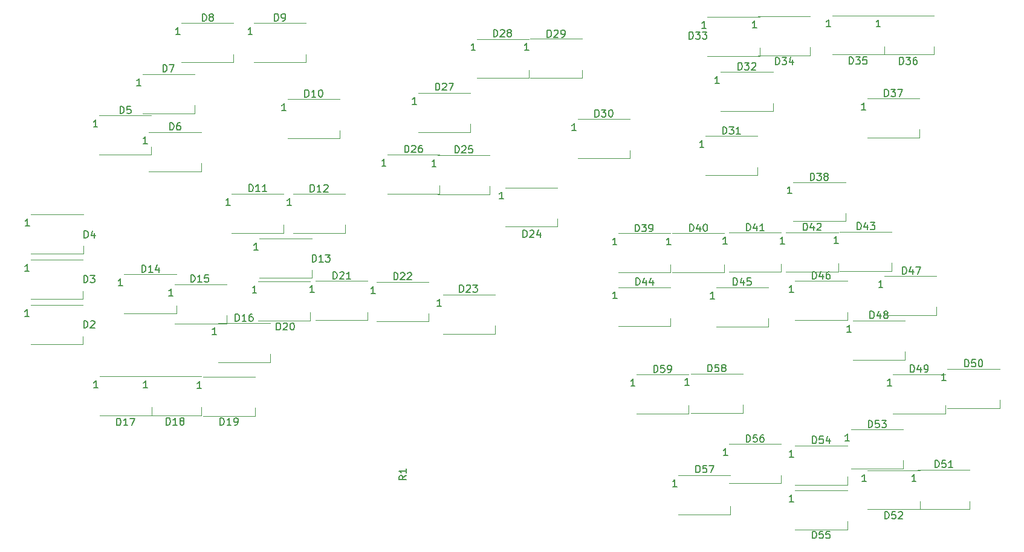
<source format=gbr>
%TF.GenerationSoftware,KiCad,Pcbnew,(5.1.6)-1*%
%TF.CreationDate,2020-11-25T11:28:29+11:00*%
%TF.ProjectId,SNSR Panel PCB V1,534e5352-2050-4616-9e65-6c2050434220,rev?*%
%TF.SameCoordinates,Original*%
%TF.FileFunction,Legend,Top*%
%TF.FilePolarity,Positive*%
%FSLAX46Y46*%
G04 Gerber Fmt 4.6, Leading zero omitted, Abs format (unit mm)*
G04 Created by KiCad (PCBNEW (5.1.6)-1) date 2020-11-25 11:28:29*
%MOMM*%
%LPD*%
G01*
G04 APERTURE LIST*
%ADD10C,0.120000*%
%ADD11C,0.150000*%
G04 APERTURE END LIST*
D10*
%TO.C,D59*%
X173641000Y-106483000D02*
X173641000Y-105333000D01*
X166341000Y-106483000D02*
X173641000Y-106483000D01*
X166341000Y-100983000D02*
X173641000Y-100983000D01*
%TO.C,D58*%
X181235000Y-106382000D02*
X181235000Y-105232000D01*
X173935000Y-106382000D02*
X181235000Y-106382000D01*
X173935000Y-100882000D02*
X181235000Y-100882000D01*
%TO.C,D57*%
X179508000Y-120580000D02*
X179508000Y-119430000D01*
X172208000Y-120580000D02*
X179508000Y-120580000D01*
X172208000Y-115080000D02*
X179508000Y-115080000D01*
%TO.C,D56*%
X186620000Y-116237000D02*
X186620000Y-115087000D01*
X179320000Y-116237000D02*
X186620000Y-116237000D01*
X179320000Y-110737000D02*
X186620000Y-110737000D01*
%TO.C,D55*%
X195866000Y-122714000D02*
X195866000Y-121564000D01*
X188566000Y-122714000D02*
X195866000Y-122714000D01*
X188566000Y-117214000D02*
X195866000Y-117214000D01*
%TO.C,D54*%
X195866000Y-116440000D02*
X195866000Y-115290000D01*
X188566000Y-116440000D02*
X195866000Y-116440000D01*
X188566000Y-110940000D02*
X195866000Y-110940000D01*
%TO.C,D53*%
X203675000Y-114180000D02*
X203675000Y-113030000D01*
X196375000Y-114180000D02*
X203675000Y-114180000D01*
X196375000Y-108680000D02*
X203675000Y-108680000D01*
%TO.C,D52*%
X206037000Y-119895000D02*
X206037000Y-118745000D01*
X198737000Y-119895000D02*
X206037000Y-119895000D01*
X198737000Y-114395000D02*
X206037000Y-114395000D01*
%TO.C,D51*%
X213011000Y-119869000D02*
X213011000Y-118719000D01*
X205711000Y-119869000D02*
X213011000Y-119869000D01*
X205711000Y-114369000D02*
X213011000Y-114369000D01*
%TO.C,D50*%
X217202000Y-105696000D02*
X217202000Y-104546000D01*
X209902000Y-105696000D02*
X217202000Y-105696000D01*
X209902000Y-100196000D02*
X217202000Y-100196000D01*
%TO.C,D49*%
X209593000Y-106458000D02*
X209593000Y-105308000D01*
X202293000Y-106458000D02*
X209593000Y-106458000D01*
X202293000Y-100958000D02*
X209593000Y-100958000D01*
%TO.C,D48*%
X203943000Y-98914200D02*
X203943000Y-97764200D01*
X196643000Y-98914200D02*
X203943000Y-98914200D01*
X196643000Y-93414200D02*
X203943000Y-93414200D01*
%TO.C,D47*%
X208362000Y-92665800D02*
X208362000Y-91515800D01*
X201062000Y-92665800D02*
X208362000Y-92665800D01*
X201062000Y-87165800D02*
X208362000Y-87165800D01*
%TO.C,D46*%
X195866000Y-93377000D02*
X195866000Y-92227000D01*
X188566000Y-93377000D02*
X195866000Y-93377000D01*
X188566000Y-87877000D02*
X195866000Y-87877000D01*
%TO.C,D45*%
X184791000Y-94266000D02*
X184791000Y-93116000D01*
X177491000Y-94266000D02*
X184791000Y-94266000D01*
X177491000Y-88766000D02*
X184791000Y-88766000D01*
%TO.C,D44*%
X171126000Y-94240600D02*
X171126000Y-93090600D01*
X163826000Y-94240600D02*
X171126000Y-94240600D01*
X163826000Y-88740600D02*
X171126000Y-88740600D01*
%TO.C,D43*%
X202114000Y-86468200D02*
X202114000Y-85318200D01*
X194814000Y-86468200D02*
X202114000Y-86468200D01*
X194814000Y-80968200D02*
X202114000Y-80968200D01*
%TO.C,D42*%
X194596000Y-86569800D02*
X194596000Y-85419800D01*
X187296000Y-86569800D02*
X194596000Y-86569800D01*
X187296000Y-81069800D02*
X194596000Y-81069800D01*
%TO.C,D41*%
X186569000Y-86595200D02*
X186569000Y-85445200D01*
X179269000Y-86595200D02*
X186569000Y-86595200D01*
X179269000Y-81095200D02*
X186569000Y-81095200D01*
%TO.C,D40*%
X178670000Y-86696800D02*
X178670000Y-85546800D01*
X171370000Y-86696800D02*
X178670000Y-86696800D01*
X171370000Y-81196800D02*
X178670000Y-81196800D01*
%TO.C,D39*%
X171101000Y-86696800D02*
X171101000Y-85546800D01*
X163801000Y-86696800D02*
X171101000Y-86696800D01*
X163801000Y-81196800D02*
X171101000Y-81196800D01*
%TO.C,D38*%
X195612000Y-79508600D02*
X195612000Y-78358600D01*
X188312000Y-79508600D02*
X195612000Y-79508600D01*
X188312000Y-74008600D02*
X195612000Y-74008600D01*
%TO.C,D37*%
X205975000Y-67773800D02*
X205975000Y-66623800D01*
X198675000Y-67773800D02*
X205975000Y-67773800D01*
X198675000Y-62273800D02*
X205975000Y-62273800D01*
%TO.C,D36*%
X208032000Y-56140600D02*
X208032000Y-54990600D01*
X200732000Y-56140600D02*
X208032000Y-56140600D01*
X200732000Y-50640600D02*
X208032000Y-50640600D01*
%TO.C,D35*%
X201047000Y-56141000D02*
X201047000Y-54991000D01*
X193747000Y-56141000D02*
X201047000Y-56141000D01*
X193747000Y-50641000D02*
X201047000Y-50641000D01*
%TO.C,D34*%
X190684000Y-56268000D02*
X190684000Y-55118000D01*
X183384000Y-56268000D02*
X190684000Y-56268000D01*
X183384000Y-50768000D02*
X190684000Y-50768000D01*
%TO.C,D33*%
X183597000Y-56344200D02*
X183597000Y-55194200D01*
X176297000Y-56344200D02*
X183597000Y-56344200D01*
X176297000Y-50844200D02*
X183597000Y-50844200D01*
%TO.C,D32*%
X185449000Y-64065800D02*
X185449000Y-62915800D01*
X178149000Y-64065800D02*
X185449000Y-64065800D01*
X178149000Y-58565800D02*
X185449000Y-58565800D01*
%TO.C,D31*%
X183290000Y-73057400D02*
X183290000Y-71907400D01*
X175990000Y-73057400D02*
X183290000Y-73057400D01*
X175990000Y-67557400D02*
X183290000Y-67557400D01*
%TO.C,D30*%
X165411000Y-70669400D02*
X165411000Y-69519400D01*
X158111000Y-70669400D02*
X165411000Y-70669400D01*
X158111000Y-65169400D02*
X165411000Y-65169400D01*
%TO.C,D29*%
X158768000Y-59417400D02*
X158768000Y-58267400D01*
X151468000Y-59417400D02*
X158768000Y-59417400D01*
X151468000Y-53917400D02*
X158768000Y-53917400D01*
%TO.C,D28*%
X151300000Y-59442800D02*
X151300000Y-58292800D01*
X144000000Y-59442800D02*
X151300000Y-59442800D01*
X144000000Y-53942800D02*
X151300000Y-53942800D01*
%TO.C,D27*%
X143057000Y-66986400D02*
X143057000Y-65836400D01*
X135757000Y-66986400D02*
X143057000Y-66986400D01*
X135757000Y-61486400D02*
X143057000Y-61486400D01*
%TO.C,D26*%
X138766000Y-75647800D02*
X138766000Y-74497800D01*
X131466000Y-75647800D02*
X138766000Y-75647800D01*
X131466000Y-70147800D02*
X138766000Y-70147800D01*
%TO.C,D25*%
X145802000Y-75724000D02*
X145802000Y-74574000D01*
X138502000Y-75724000D02*
X145802000Y-75724000D01*
X138502000Y-70224000D02*
X145802000Y-70224000D01*
%TO.C,D24*%
X155251000Y-80270600D02*
X155251000Y-79120600D01*
X147951000Y-80270600D02*
X155251000Y-80270600D01*
X147951000Y-74770600D02*
X155251000Y-74770600D01*
%TO.C,D23*%
X146539000Y-95282000D02*
X146539000Y-94132000D01*
X139239000Y-95282000D02*
X146539000Y-95282000D01*
X139239000Y-89782000D02*
X146539000Y-89782000D01*
%TO.C,D22*%
X137268000Y-93529400D02*
X137268000Y-92379400D01*
X129968000Y-93529400D02*
X137268000Y-93529400D01*
X129968000Y-88029400D02*
X137268000Y-88029400D01*
%TO.C,D21*%
X128708000Y-93377000D02*
X128708000Y-92227000D01*
X121408000Y-93377000D02*
X128708000Y-93377000D01*
X121408000Y-87877000D02*
X128708000Y-87877000D01*
%TO.C,D20*%
X120656000Y-93427800D02*
X120656000Y-92277800D01*
X113356000Y-93427800D02*
X120656000Y-93427800D01*
X113356000Y-87927800D02*
X120656000Y-87927800D01*
%TO.C,D19*%
X112921000Y-106814000D02*
X112921000Y-105664000D01*
X105621000Y-106814000D02*
X112921000Y-106814000D01*
X105621000Y-101314000D02*
X112921000Y-101314000D01*
%TO.C,D18*%
X105391000Y-106737000D02*
X105391000Y-105587000D01*
X98091000Y-106737000D02*
X105391000Y-106737000D01*
X98091000Y-101237000D02*
X105391000Y-101237000D01*
%TO.C,D17*%
X98431200Y-106737000D02*
X98431200Y-105587000D01*
X91131200Y-106737000D02*
X98431200Y-106737000D01*
X91131200Y-101237000D02*
X98431200Y-101237000D01*
%TO.C,D16*%
X115041000Y-99270200D02*
X115041000Y-98120200D01*
X107741000Y-99270200D02*
X115041000Y-99270200D01*
X107741000Y-93770200D02*
X115041000Y-93770200D01*
%TO.C,D15*%
X108945000Y-93834200D02*
X108945000Y-92684200D01*
X101645000Y-93834200D02*
X108945000Y-93834200D01*
X101645000Y-88334200D02*
X108945000Y-88334200D01*
%TO.C,D14*%
X101885600Y-92437600D02*
X101885600Y-91287600D01*
X94585600Y-92437600D02*
X101885600Y-92437600D01*
X94585600Y-86937600D02*
X101885600Y-86937600D01*
%TO.C,D13*%
X120859000Y-87433800D02*
X120859000Y-86283800D01*
X113559000Y-87433800D02*
X120859000Y-87433800D01*
X113559000Y-81933800D02*
X120859000Y-81933800D01*
%TO.C,D12*%
X125533000Y-81159600D02*
X125533000Y-80009600D01*
X118233000Y-81159600D02*
X125533000Y-81159600D01*
X118233000Y-75659600D02*
X125533000Y-75659600D01*
%TO.C,D11*%
X116948000Y-81134200D02*
X116948000Y-79984200D01*
X109648000Y-81134200D02*
X116948000Y-81134200D01*
X109648000Y-75634200D02*
X116948000Y-75634200D01*
%TO.C,D10*%
X124771000Y-67875400D02*
X124771000Y-66725400D01*
X117471000Y-67875400D02*
X124771000Y-67875400D01*
X117471000Y-62375400D02*
X124771000Y-62375400D01*
%TO.C,D9*%
X120047000Y-57207400D02*
X120047000Y-56057400D01*
X112747000Y-57207400D02*
X120047000Y-57207400D01*
X112747000Y-51707400D02*
X120047000Y-51707400D01*
%TO.C,D8*%
X109912000Y-57207800D02*
X109912000Y-56057800D01*
X102612000Y-57207800D02*
X109912000Y-57207800D01*
X102612000Y-51707800D02*
X109912000Y-51707800D01*
%TO.C,D7*%
X104451000Y-64370200D02*
X104451000Y-63220200D01*
X97151000Y-64370200D02*
X104451000Y-64370200D01*
X97151000Y-58870200D02*
X104451000Y-58870200D01*
%TO.C,D6*%
X105363000Y-72498200D02*
X105363000Y-71348200D01*
X98063000Y-72498200D02*
X105363000Y-72498200D01*
X98063000Y-66998200D02*
X105363000Y-66998200D01*
%TO.C,D5*%
X98378200Y-70161400D02*
X98378200Y-69011400D01*
X91078200Y-70161400D02*
X98378200Y-70161400D01*
X91078200Y-64661400D02*
X98378200Y-64661400D01*
%TO.C,D4*%
X88853200Y-84055200D02*
X88853200Y-82905200D01*
X81553200Y-84055200D02*
X88853200Y-84055200D01*
X81553200Y-78555200D02*
X88853200Y-78555200D01*
%TO.C,D3*%
X88790800Y-90405400D02*
X88790800Y-89255400D01*
X81490800Y-90405400D02*
X88790800Y-90405400D01*
X81490800Y-84905400D02*
X88790800Y-84905400D01*
%TO.C,D2*%
X88779200Y-96755200D02*
X88779200Y-95605200D01*
X81479200Y-96755200D02*
X88779200Y-96755200D01*
X81479200Y-91255200D02*
X88779200Y-91255200D01*
%TO.C,D59*%
D11*
X168776714Y-100685380D02*
X168776714Y-99685380D01*
X169014809Y-99685380D01*
X169157666Y-99733000D01*
X169252904Y-99828238D01*
X169300523Y-99923476D01*
X169348142Y-100113952D01*
X169348142Y-100256809D01*
X169300523Y-100447285D01*
X169252904Y-100542523D01*
X169157666Y-100637761D01*
X169014809Y-100685380D01*
X168776714Y-100685380D01*
X170252904Y-99685380D02*
X169776714Y-99685380D01*
X169729095Y-100161571D01*
X169776714Y-100113952D01*
X169871952Y-100066333D01*
X170110047Y-100066333D01*
X170205285Y-100113952D01*
X170252904Y-100161571D01*
X170300523Y-100256809D01*
X170300523Y-100494904D01*
X170252904Y-100590142D01*
X170205285Y-100637761D01*
X170110047Y-100685380D01*
X169871952Y-100685380D01*
X169776714Y-100637761D01*
X169729095Y-100590142D01*
X170776714Y-100685380D02*
X170967190Y-100685380D01*
X171062428Y-100637761D01*
X171110047Y-100590142D01*
X171205285Y-100447285D01*
X171252904Y-100256809D01*
X171252904Y-99875857D01*
X171205285Y-99780619D01*
X171157666Y-99733000D01*
X171062428Y-99685380D01*
X170871952Y-99685380D01*
X170776714Y-99733000D01*
X170729095Y-99780619D01*
X170681476Y-99875857D01*
X170681476Y-100113952D01*
X170729095Y-100209190D01*
X170776714Y-100256809D01*
X170871952Y-100304428D01*
X171062428Y-100304428D01*
X171157666Y-100256809D01*
X171205285Y-100209190D01*
X171252904Y-100113952D01*
X166126714Y-102585380D02*
X165555285Y-102585380D01*
X165841000Y-102585380D02*
X165841000Y-101585380D01*
X165745761Y-101728238D01*
X165650523Y-101823476D01*
X165555285Y-101871095D01*
%TO.C,D58*%
X176370714Y-100584380D02*
X176370714Y-99584380D01*
X176608809Y-99584380D01*
X176751666Y-99632000D01*
X176846904Y-99727238D01*
X176894523Y-99822476D01*
X176942142Y-100012952D01*
X176942142Y-100155809D01*
X176894523Y-100346285D01*
X176846904Y-100441523D01*
X176751666Y-100536761D01*
X176608809Y-100584380D01*
X176370714Y-100584380D01*
X177846904Y-99584380D02*
X177370714Y-99584380D01*
X177323095Y-100060571D01*
X177370714Y-100012952D01*
X177465952Y-99965333D01*
X177704047Y-99965333D01*
X177799285Y-100012952D01*
X177846904Y-100060571D01*
X177894523Y-100155809D01*
X177894523Y-100393904D01*
X177846904Y-100489142D01*
X177799285Y-100536761D01*
X177704047Y-100584380D01*
X177465952Y-100584380D01*
X177370714Y-100536761D01*
X177323095Y-100489142D01*
X178465952Y-100012952D02*
X178370714Y-99965333D01*
X178323095Y-99917714D01*
X178275476Y-99822476D01*
X178275476Y-99774857D01*
X178323095Y-99679619D01*
X178370714Y-99632000D01*
X178465952Y-99584380D01*
X178656428Y-99584380D01*
X178751666Y-99632000D01*
X178799285Y-99679619D01*
X178846904Y-99774857D01*
X178846904Y-99822476D01*
X178799285Y-99917714D01*
X178751666Y-99965333D01*
X178656428Y-100012952D01*
X178465952Y-100012952D01*
X178370714Y-100060571D01*
X178323095Y-100108190D01*
X178275476Y-100203428D01*
X178275476Y-100393904D01*
X178323095Y-100489142D01*
X178370714Y-100536761D01*
X178465952Y-100584380D01*
X178656428Y-100584380D01*
X178751666Y-100536761D01*
X178799285Y-100489142D01*
X178846904Y-100393904D01*
X178846904Y-100203428D01*
X178799285Y-100108190D01*
X178751666Y-100060571D01*
X178656428Y-100012952D01*
X173720714Y-102484380D02*
X173149285Y-102484380D01*
X173435000Y-102484380D02*
X173435000Y-101484380D01*
X173339761Y-101627238D01*
X173244523Y-101722476D01*
X173149285Y-101770095D01*
%TO.C,D57*%
X174680714Y-114726580D02*
X174680714Y-113726580D01*
X174918809Y-113726580D01*
X175061666Y-113774200D01*
X175156904Y-113869438D01*
X175204523Y-113964676D01*
X175252142Y-114155152D01*
X175252142Y-114298009D01*
X175204523Y-114488485D01*
X175156904Y-114583723D01*
X175061666Y-114678961D01*
X174918809Y-114726580D01*
X174680714Y-114726580D01*
X176156904Y-113726580D02*
X175680714Y-113726580D01*
X175633095Y-114202771D01*
X175680714Y-114155152D01*
X175775952Y-114107533D01*
X176014047Y-114107533D01*
X176109285Y-114155152D01*
X176156904Y-114202771D01*
X176204523Y-114298009D01*
X176204523Y-114536104D01*
X176156904Y-114631342D01*
X176109285Y-114678961D01*
X176014047Y-114726580D01*
X175775952Y-114726580D01*
X175680714Y-114678961D01*
X175633095Y-114631342D01*
X176537857Y-113726580D02*
X177204523Y-113726580D01*
X176775952Y-114726580D01*
X171993714Y-116682380D02*
X171422285Y-116682380D01*
X171708000Y-116682380D02*
X171708000Y-115682380D01*
X171612761Y-115825238D01*
X171517523Y-115920476D01*
X171422285Y-115968095D01*
%TO.C,D56*%
X181741914Y-110434380D02*
X181741914Y-109434380D01*
X181980009Y-109434380D01*
X182122866Y-109482000D01*
X182218104Y-109577238D01*
X182265723Y-109672476D01*
X182313342Y-109862952D01*
X182313342Y-110005809D01*
X182265723Y-110196285D01*
X182218104Y-110291523D01*
X182122866Y-110386761D01*
X181980009Y-110434380D01*
X181741914Y-110434380D01*
X183218104Y-109434380D02*
X182741914Y-109434380D01*
X182694295Y-109910571D01*
X182741914Y-109862952D01*
X182837152Y-109815333D01*
X183075247Y-109815333D01*
X183170485Y-109862952D01*
X183218104Y-109910571D01*
X183265723Y-110005809D01*
X183265723Y-110243904D01*
X183218104Y-110339142D01*
X183170485Y-110386761D01*
X183075247Y-110434380D01*
X182837152Y-110434380D01*
X182741914Y-110386761D01*
X182694295Y-110339142D01*
X184122866Y-109434380D02*
X183932390Y-109434380D01*
X183837152Y-109482000D01*
X183789533Y-109529619D01*
X183694295Y-109672476D01*
X183646676Y-109862952D01*
X183646676Y-110243904D01*
X183694295Y-110339142D01*
X183741914Y-110386761D01*
X183837152Y-110434380D01*
X184027628Y-110434380D01*
X184122866Y-110386761D01*
X184170485Y-110339142D01*
X184218104Y-110243904D01*
X184218104Y-110005809D01*
X184170485Y-109910571D01*
X184122866Y-109862952D01*
X184027628Y-109815333D01*
X183837152Y-109815333D01*
X183741914Y-109862952D01*
X183694295Y-109910571D01*
X183646676Y-110005809D01*
X179105714Y-112339380D02*
X178534285Y-112339380D01*
X178820000Y-112339380D02*
X178820000Y-111339380D01*
X178724761Y-111482238D01*
X178629523Y-111577476D01*
X178534285Y-111625095D01*
%TO.C,D55*%
X190987914Y-123947180D02*
X190987914Y-122947180D01*
X191226009Y-122947180D01*
X191368866Y-122994800D01*
X191464104Y-123090038D01*
X191511723Y-123185276D01*
X191559342Y-123375752D01*
X191559342Y-123518609D01*
X191511723Y-123709085D01*
X191464104Y-123804323D01*
X191368866Y-123899561D01*
X191226009Y-123947180D01*
X190987914Y-123947180D01*
X192464104Y-122947180D02*
X191987914Y-122947180D01*
X191940295Y-123423371D01*
X191987914Y-123375752D01*
X192083152Y-123328133D01*
X192321247Y-123328133D01*
X192416485Y-123375752D01*
X192464104Y-123423371D01*
X192511723Y-123518609D01*
X192511723Y-123756704D01*
X192464104Y-123851942D01*
X192416485Y-123899561D01*
X192321247Y-123947180D01*
X192083152Y-123947180D01*
X191987914Y-123899561D01*
X191940295Y-123851942D01*
X193416485Y-122947180D02*
X192940295Y-122947180D01*
X192892676Y-123423371D01*
X192940295Y-123375752D01*
X193035533Y-123328133D01*
X193273628Y-123328133D01*
X193368866Y-123375752D01*
X193416485Y-123423371D01*
X193464104Y-123518609D01*
X193464104Y-123756704D01*
X193416485Y-123851942D01*
X193368866Y-123899561D01*
X193273628Y-123947180D01*
X193035533Y-123947180D01*
X192940295Y-123899561D01*
X192892676Y-123851942D01*
X188351714Y-118816380D02*
X187780285Y-118816380D01*
X188066000Y-118816380D02*
X188066000Y-117816380D01*
X187970761Y-117959238D01*
X187875523Y-118054476D01*
X187780285Y-118102095D01*
%TO.C,D54*%
X191001714Y-110642380D02*
X191001714Y-109642380D01*
X191239809Y-109642380D01*
X191382666Y-109690000D01*
X191477904Y-109785238D01*
X191525523Y-109880476D01*
X191573142Y-110070952D01*
X191573142Y-110213809D01*
X191525523Y-110404285D01*
X191477904Y-110499523D01*
X191382666Y-110594761D01*
X191239809Y-110642380D01*
X191001714Y-110642380D01*
X192477904Y-109642380D02*
X192001714Y-109642380D01*
X191954095Y-110118571D01*
X192001714Y-110070952D01*
X192096952Y-110023333D01*
X192335047Y-110023333D01*
X192430285Y-110070952D01*
X192477904Y-110118571D01*
X192525523Y-110213809D01*
X192525523Y-110451904D01*
X192477904Y-110547142D01*
X192430285Y-110594761D01*
X192335047Y-110642380D01*
X192096952Y-110642380D01*
X192001714Y-110594761D01*
X191954095Y-110547142D01*
X193382666Y-109975714D02*
X193382666Y-110642380D01*
X193144571Y-109594761D02*
X192906476Y-110309047D01*
X193525523Y-110309047D01*
X188351714Y-112542380D02*
X187780285Y-112542380D01*
X188066000Y-112542380D02*
X188066000Y-111542380D01*
X187970761Y-111685238D01*
X187875523Y-111780476D01*
X187780285Y-111828095D01*
%TO.C,D53*%
X198836114Y-108427980D02*
X198836114Y-107427980D01*
X199074209Y-107427980D01*
X199217066Y-107475600D01*
X199312304Y-107570838D01*
X199359923Y-107666076D01*
X199407542Y-107856552D01*
X199407542Y-107999409D01*
X199359923Y-108189885D01*
X199312304Y-108285123D01*
X199217066Y-108380361D01*
X199074209Y-108427980D01*
X198836114Y-108427980D01*
X200312304Y-107427980D02*
X199836114Y-107427980D01*
X199788495Y-107904171D01*
X199836114Y-107856552D01*
X199931352Y-107808933D01*
X200169447Y-107808933D01*
X200264685Y-107856552D01*
X200312304Y-107904171D01*
X200359923Y-107999409D01*
X200359923Y-108237504D01*
X200312304Y-108332742D01*
X200264685Y-108380361D01*
X200169447Y-108427980D01*
X199931352Y-108427980D01*
X199836114Y-108380361D01*
X199788495Y-108332742D01*
X200693257Y-107427980D02*
X201312304Y-107427980D01*
X200978971Y-107808933D01*
X201121828Y-107808933D01*
X201217066Y-107856552D01*
X201264685Y-107904171D01*
X201312304Y-107999409D01*
X201312304Y-108237504D01*
X201264685Y-108332742D01*
X201217066Y-108380361D01*
X201121828Y-108427980D01*
X200836114Y-108427980D01*
X200740876Y-108380361D01*
X200693257Y-108332742D01*
X196160714Y-110282380D02*
X195589285Y-110282380D01*
X195875000Y-110282380D02*
X195875000Y-109282380D01*
X195779761Y-109425238D01*
X195684523Y-109520476D01*
X195589285Y-109568095D01*
%TO.C,D52*%
X201147314Y-121204180D02*
X201147314Y-120204180D01*
X201385409Y-120204180D01*
X201528266Y-120251800D01*
X201623504Y-120347038D01*
X201671123Y-120442276D01*
X201718742Y-120632752D01*
X201718742Y-120775609D01*
X201671123Y-120966085D01*
X201623504Y-121061323D01*
X201528266Y-121156561D01*
X201385409Y-121204180D01*
X201147314Y-121204180D01*
X202623504Y-120204180D02*
X202147314Y-120204180D01*
X202099695Y-120680371D01*
X202147314Y-120632752D01*
X202242552Y-120585133D01*
X202480647Y-120585133D01*
X202575885Y-120632752D01*
X202623504Y-120680371D01*
X202671123Y-120775609D01*
X202671123Y-121013704D01*
X202623504Y-121108942D01*
X202575885Y-121156561D01*
X202480647Y-121204180D01*
X202242552Y-121204180D01*
X202147314Y-121156561D01*
X202099695Y-121108942D01*
X203052076Y-120299419D02*
X203099695Y-120251800D01*
X203194933Y-120204180D01*
X203433028Y-120204180D01*
X203528266Y-120251800D01*
X203575885Y-120299419D01*
X203623504Y-120394657D01*
X203623504Y-120489895D01*
X203575885Y-120632752D01*
X203004457Y-121204180D01*
X203623504Y-121204180D01*
X198522714Y-115997380D02*
X197951285Y-115997380D01*
X198237000Y-115997380D02*
X198237000Y-114997380D01*
X198141761Y-115140238D01*
X198046523Y-115235476D01*
X197951285Y-115283095D01*
%TO.C,D51*%
X208172114Y-114015380D02*
X208172114Y-113015380D01*
X208410209Y-113015380D01*
X208553066Y-113063000D01*
X208648304Y-113158238D01*
X208695923Y-113253476D01*
X208743542Y-113443952D01*
X208743542Y-113586809D01*
X208695923Y-113777285D01*
X208648304Y-113872523D01*
X208553066Y-113967761D01*
X208410209Y-114015380D01*
X208172114Y-114015380D01*
X209648304Y-113015380D02*
X209172114Y-113015380D01*
X209124495Y-113491571D01*
X209172114Y-113443952D01*
X209267352Y-113396333D01*
X209505447Y-113396333D01*
X209600685Y-113443952D01*
X209648304Y-113491571D01*
X209695923Y-113586809D01*
X209695923Y-113824904D01*
X209648304Y-113920142D01*
X209600685Y-113967761D01*
X209505447Y-114015380D01*
X209267352Y-114015380D01*
X209172114Y-113967761D01*
X209124495Y-113920142D01*
X210648304Y-114015380D02*
X210076876Y-114015380D01*
X210362590Y-114015380D02*
X210362590Y-113015380D01*
X210267352Y-113158238D01*
X210172114Y-113253476D01*
X210076876Y-113301095D01*
X205496714Y-115971380D02*
X204925285Y-115971380D01*
X205211000Y-115971380D02*
X205211000Y-114971380D01*
X205115761Y-115114238D01*
X205020523Y-115209476D01*
X204925285Y-115257095D01*
%TO.C,D50*%
X212337714Y-99898380D02*
X212337714Y-98898380D01*
X212575809Y-98898380D01*
X212718666Y-98946000D01*
X212813904Y-99041238D01*
X212861523Y-99136476D01*
X212909142Y-99326952D01*
X212909142Y-99469809D01*
X212861523Y-99660285D01*
X212813904Y-99755523D01*
X212718666Y-99850761D01*
X212575809Y-99898380D01*
X212337714Y-99898380D01*
X213813904Y-98898380D02*
X213337714Y-98898380D01*
X213290095Y-99374571D01*
X213337714Y-99326952D01*
X213432952Y-99279333D01*
X213671047Y-99279333D01*
X213766285Y-99326952D01*
X213813904Y-99374571D01*
X213861523Y-99469809D01*
X213861523Y-99707904D01*
X213813904Y-99803142D01*
X213766285Y-99850761D01*
X213671047Y-99898380D01*
X213432952Y-99898380D01*
X213337714Y-99850761D01*
X213290095Y-99803142D01*
X214480571Y-98898380D02*
X214575809Y-98898380D01*
X214671047Y-98946000D01*
X214718666Y-98993619D01*
X214766285Y-99088857D01*
X214813904Y-99279333D01*
X214813904Y-99517428D01*
X214766285Y-99707904D01*
X214718666Y-99803142D01*
X214671047Y-99850761D01*
X214575809Y-99898380D01*
X214480571Y-99898380D01*
X214385333Y-99850761D01*
X214337714Y-99803142D01*
X214290095Y-99707904D01*
X214242476Y-99517428D01*
X214242476Y-99279333D01*
X214290095Y-99088857D01*
X214337714Y-98993619D01*
X214385333Y-98946000D01*
X214480571Y-98898380D01*
X209687714Y-101798380D02*
X209116285Y-101798380D01*
X209402000Y-101798380D02*
X209402000Y-100798380D01*
X209306761Y-100941238D01*
X209211523Y-101036476D01*
X209116285Y-101084095D01*
%TO.C,D49*%
X204728714Y-100660380D02*
X204728714Y-99660380D01*
X204966809Y-99660380D01*
X205109666Y-99708000D01*
X205204904Y-99803238D01*
X205252523Y-99898476D01*
X205300142Y-100088952D01*
X205300142Y-100231809D01*
X205252523Y-100422285D01*
X205204904Y-100517523D01*
X205109666Y-100612761D01*
X204966809Y-100660380D01*
X204728714Y-100660380D01*
X206157285Y-99993714D02*
X206157285Y-100660380D01*
X205919190Y-99612761D02*
X205681095Y-100327047D01*
X206300142Y-100327047D01*
X206728714Y-100660380D02*
X206919190Y-100660380D01*
X207014428Y-100612761D01*
X207062047Y-100565142D01*
X207157285Y-100422285D01*
X207204904Y-100231809D01*
X207204904Y-99850857D01*
X207157285Y-99755619D01*
X207109666Y-99708000D01*
X207014428Y-99660380D01*
X206823952Y-99660380D01*
X206728714Y-99708000D01*
X206681095Y-99755619D01*
X206633476Y-99850857D01*
X206633476Y-100088952D01*
X206681095Y-100184190D01*
X206728714Y-100231809D01*
X206823952Y-100279428D01*
X207014428Y-100279428D01*
X207109666Y-100231809D01*
X207157285Y-100184190D01*
X207204904Y-100088952D01*
X202078714Y-102560380D02*
X201507285Y-102560380D01*
X201793000Y-102560380D02*
X201793000Y-101560380D01*
X201697761Y-101703238D01*
X201602523Y-101798476D01*
X201507285Y-101846095D01*
%TO.C,D48*%
X199078714Y-93116580D02*
X199078714Y-92116580D01*
X199316809Y-92116580D01*
X199459666Y-92164200D01*
X199554904Y-92259438D01*
X199602523Y-92354676D01*
X199650142Y-92545152D01*
X199650142Y-92688009D01*
X199602523Y-92878485D01*
X199554904Y-92973723D01*
X199459666Y-93068961D01*
X199316809Y-93116580D01*
X199078714Y-93116580D01*
X200507285Y-92449914D02*
X200507285Y-93116580D01*
X200269190Y-92068961D02*
X200031095Y-92783247D01*
X200650142Y-92783247D01*
X201173952Y-92545152D02*
X201078714Y-92497533D01*
X201031095Y-92449914D01*
X200983476Y-92354676D01*
X200983476Y-92307057D01*
X201031095Y-92211819D01*
X201078714Y-92164200D01*
X201173952Y-92116580D01*
X201364428Y-92116580D01*
X201459666Y-92164200D01*
X201507285Y-92211819D01*
X201554904Y-92307057D01*
X201554904Y-92354676D01*
X201507285Y-92449914D01*
X201459666Y-92497533D01*
X201364428Y-92545152D01*
X201173952Y-92545152D01*
X201078714Y-92592771D01*
X201031095Y-92640390D01*
X200983476Y-92735628D01*
X200983476Y-92926104D01*
X201031095Y-93021342D01*
X201078714Y-93068961D01*
X201173952Y-93116580D01*
X201364428Y-93116580D01*
X201459666Y-93068961D01*
X201507285Y-93021342D01*
X201554904Y-92926104D01*
X201554904Y-92735628D01*
X201507285Y-92640390D01*
X201459666Y-92592771D01*
X201364428Y-92545152D01*
X196428714Y-95016580D02*
X195857285Y-95016580D01*
X196143000Y-95016580D02*
X196143000Y-94016580D01*
X196047761Y-94159438D01*
X195952523Y-94254676D01*
X195857285Y-94302295D01*
%TO.C,D47*%
X203610914Y-86888580D02*
X203610914Y-85888580D01*
X203849009Y-85888580D01*
X203991866Y-85936200D01*
X204087104Y-86031438D01*
X204134723Y-86126676D01*
X204182342Y-86317152D01*
X204182342Y-86460009D01*
X204134723Y-86650485D01*
X204087104Y-86745723D01*
X203991866Y-86840961D01*
X203849009Y-86888580D01*
X203610914Y-86888580D01*
X205039485Y-86221914D02*
X205039485Y-86888580D01*
X204801390Y-85840961D02*
X204563295Y-86555247D01*
X205182342Y-86555247D01*
X205468057Y-85888580D02*
X206134723Y-85888580D01*
X205706152Y-86888580D01*
X200847714Y-88768180D02*
X200276285Y-88768180D01*
X200562000Y-88768180D02*
X200562000Y-87768180D01*
X200466761Y-87911038D01*
X200371523Y-88006276D01*
X200276285Y-88053895D01*
%TO.C,D46*%
X191001714Y-87579380D02*
X191001714Y-86579380D01*
X191239809Y-86579380D01*
X191382666Y-86627000D01*
X191477904Y-86722238D01*
X191525523Y-86817476D01*
X191573142Y-87007952D01*
X191573142Y-87150809D01*
X191525523Y-87341285D01*
X191477904Y-87436523D01*
X191382666Y-87531761D01*
X191239809Y-87579380D01*
X191001714Y-87579380D01*
X192430285Y-86912714D02*
X192430285Y-87579380D01*
X192192190Y-86531761D02*
X191954095Y-87246047D01*
X192573142Y-87246047D01*
X193382666Y-86579380D02*
X193192190Y-86579380D01*
X193096952Y-86627000D01*
X193049333Y-86674619D01*
X192954095Y-86817476D01*
X192906476Y-87007952D01*
X192906476Y-87388904D01*
X192954095Y-87484142D01*
X193001714Y-87531761D01*
X193096952Y-87579380D01*
X193287428Y-87579380D01*
X193382666Y-87531761D01*
X193430285Y-87484142D01*
X193477904Y-87388904D01*
X193477904Y-87150809D01*
X193430285Y-87055571D01*
X193382666Y-87007952D01*
X193287428Y-86960333D01*
X193096952Y-86960333D01*
X193001714Y-87007952D01*
X192954095Y-87055571D01*
X192906476Y-87150809D01*
X188351714Y-89479380D02*
X187780285Y-89479380D01*
X188066000Y-89479380D02*
X188066000Y-88479380D01*
X187970761Y-88622238D01*
X187875523Y-88717476D01*
X187780285Y-88765095D01*
%TO.C,D45*%
X179926714Y-88468380D02*
X179926714Y-87468380D01*
X180164809Y-87468380D01*
X180307666Y-87516000D01*
X180402904Y-87611238D01*
X180450523Y-87706476D01*
X180498142Y-87896952D01*
X180498142Y-88039809D01*
X180450523Y-88230285D01*
X180402904Y-88325523D01*
X180307666Y-88420761D01*
X180164809Y-88468380D01*
X179926714Y-88468380D01*
X181355285Y-87801714D02*
X181355285Y-88468380D01*
X181117190Y-87420761D02*
X180879095Y-88135047D01*
X181498142Y-88135047D01*
X182355285Y-87468380D02*
X181879095Y-87468380D01*
X181831476Y-87944571D01*
X181879095Y-87896952D01*
X181974333Y-87849333D01*
X182212428Y-87849333D01*
X182307666Y-87896952D01*
X182355285Y-87944571D01*
X182402904Y-88039809D01*
X182402904Y-88277904D01*
X182355285Y-88373142D01*
X182307666Y-88420761D01*
X182212428Y-88468380D01*
X181974333Y-88468380D01*
X181879095Y-88420761D01*
X181831476Y-88373142D01*
X177276714Y-90368380D02*
X176705285Y-90368380D01*
X176991000Y-90368380D02*
X176991000Y-89368380D01*
X176895761Y-89511238D01*
X176800523Y-89606476D01*
X176705285Y-89654095D01*
%TO.C,D44*%
X166261714Y-88442980D02*
X166261714Y-87442980D01*
X166499809Y-87442980D01*
X166642666Y-87490600D01*
X166737904Y-87585838D01*
X166785523Y-87681076D01*
X166833142Y-87871552D01*
X166833142Y-88014409D01*
X166785523Y-88204885D01*
X166737904Y-88300123D01*
X166642666Y-88395361D01*
X166499809Y-88442980D01*
X166261714Y-88442980D01*
X167690285Y-87776314D02*
X167690285Y-88442980D01*
X167452190Y-87395361D02*
X167214095Y-88109647D01*
X167833142Y-88109647D01*
X168642666Y-87776314D02*
X168642666Y-88442980D01*
X168404571Y-87395361D02*
X168166476Y-88109647D01*
X168785523Y-88109647D01*
X163611714Y-90342980D02*
X163040285Y-90342980D01*
X163326000Y-90342980D02*
X163326000Y-89342980D01*
X163230761Y-89485838D01*
X163135523Y-89581076D01*
X163040285Y-89628695D01*
%TO.C,D43*%
X197249714Y-80670580D02*
X197249714Y-79670580D01*
X197487809Y-79670580D01*
X197630666Y-79718200D01*
X197725904Y-79813438D01*
X197773523Y-79908676D01*
X197821142Y-80099152D01*
X197821142Y-80242009D01*
X197773523Y-80432485D01*
X197725904Y-80527723D01*
X197630666Y-80622961D01*
X197487809Y-80670580D01*
X197249714Y-80670580D01*
X198678285Y-80003914D02*
X198678285Y-80670580D01*
X198440190Y-79622961D02*
X198202095Y-80337247D01*
X198821142Y-80337247D01*
X199106857Y-79670580D02*
X199725904Y-79670580D01*
X199392571Y-80051533D01*
X199535428Y-80051533D01*
X199630666Y-80099152D01*
X199678285Y-80146771D01*
X199725904Y-80242009D01*
X199725904Y-80480104D01*
X199678285Y-80575342D01*
X199630666Y-80622961D01*
X199535428Y-80670580D01*
X199249714Y-80670580D01*
X199154476Y-80622961D01*
X199106857Y-80575342D01*
X194599714Y-82570580D02*
X194028285Y-82570580D01*
X194314000Y-82570580D02*
X194314000Y-81570580D01*
X194218761Y-81713438D01*
X194123523Y-81808676D01*
X194028285Y-81856295D01*
%TO.C,D42*%
X189731714Y-80772180D02*
X189731714Y-79772180D01*
X189969809Y-79772180D01*
X190112666Y-79819800D01*
X190207904Y-79915038D01*
X190255523Y-80010276D01*
X190303142Y-80200752D01*
X190303142Y-80343609D01*
X190255523Y-80534085D01*
X190207904Y-80629323D01*
X190112666Y-80724561D01*
X189969809Y-80772180D01*
X189731714Y-80772180D01*
X191160285Y-80105514D02*
X191160285Y-80772180D01*
X190922190Y-79724561D02*
X190684095Y-80438847D01*
X191303142Y-80438847D01*
X191636476Y-79867419D02*
X191684095Y-79819800D01*
X191779333Y-79772180D01*
X192017428Y-79772180D01*
X192112666Y-79819800D01*
X192160285Y-79867419D01*
X192207904Y-79962657D01*
X192207904Y-80057895D01*
X192160285Y-80200752D01*
X191588857Y-80772180D01*
X192207904Y-80772180D01*
X187081714Y-82672180D02*
X186510285Y-82672180D01*
X186796000Y-82672180D02*
X186796000Y-81672180D01*
X186700761Y-81815038D01*
X186605523Y-81910276D01*
X186510285Y-81957895D01*
%TO.C,D41*%
X181755514Y-80817780D02*
X181755514Y-79817780D01*
X181993609Y-79817780D01*
X182136466Y-79865400D01*
X182231704Y-79960638D01*
X182279323Y-80055876D01*
X182326942Y-80246352D01*
X182326942Y-80389209D01*
X182279323Y-80579685D01*
X182231704Y-80674923D01*
X182136466Y-80770161D01*
X181993609Y-80817780D01*
X181755514Y-80817780D01*
X183184085Y-80151114D02*
X183184085Y-80817780D01*
X182945990Y-79770161D02*
X182707895Y-80484447D01*
X183326942Y-80484447D01*
X184231704Y-80817780D02*
X183660276Y-80817780D01*
X183945990Y-80817780D02*
X183945990Y-79817780D01*
X183850752Y-79960638D01*
X183755514Y-80055876D01*
X183660276Y-80103495D01*
X179054714Y-82697580D02*
X178483285Y-82697580D01*
X178769000Y-82697580D02*
X178769000Y-81697580D01*
X178673761Y-81840438D01*
X178578523Y-81935676D01*
X178483285Y-81983295D01*
%TO.C,D40*%
X173805714Y-80899180D02*
X173805714Y-79899180D01*
X174043809Y-79899180D01*
X174186666Y-79946800D01*
X174281904Y-80042038D01*
X174329523Y-80137276D01*
X174377142Y-80327752D01*
X174377142Y-80470609D01*
X174329523Y-80661085D01*
X174281904Y-80756323D01*
X174186666Y-80851561D01*
X174043809Y-80899180D01*
X173805714Y-80899180D01*
X175234285Y-80232514D02*
X175234285Y-80899180D01*
X174996190Y-79851561D02*
X174758095Y-80565847D01*
X175377142Y-80565847D01*
X175948571Y-79899180D02*
X176043809Y-79899180D01*
X176139047Y-79946800D01*
X176186666Y-79994419D01*
X176234285Y-80089657D01*
X176281904Y-80280133D01*
X176281904Y-80518228D01*
X176234285Y-80708704D01*
X176186666Y-80803942D01*
X176139047Y-80851561D01*
X176043809Y-80899180D01*
X175948571Y-80899180D01*
X175853333Y-80851561D01*
X175805714Y-80803942D01*
X175758095Y-80708704D01*
X175710476Y-80518228D01*
X175710476Y-80280133D01*
X175758095Y-80089657D01*
X175805714Y-79994419D01*
X175853333Y-79946800D01*
X175948571Y-79899180D01*
X171155714Y-82799180D02*
X170584285Y-82799180D01*
X170870000Y-82799180D02*
X170870000Y-81799180D01*
X170774761Y-81942038D01*
X170679523Y-82037276D01*
X170584285Y-82084895D01*
%TO.C,D39*%
X166172114Y-80944980D02*
X166172114Y-79944980D01*
X166410209Y-79944980D01*
X166553066Y-79992600D01*
X166648304Y-80087838D01*
X166695923Y-80183076D01*
X166743542Y-80373552D01*
X166743542Y-80516409D01*
X166695923Y-80706885D01*
X166648304Y-80802123D01*
X166553066Y-80897361D01*
X166410209Y-80944980D01*
X166172114Y-80944980D01*
X167076876Y-79944980D02*
X167695923Y-79944980D01*
X167362590Y-80325933D01*
X167505447Y-80325933D01*
X167600685Y-80373552D01*
X167648304Y-80421171D01*
X167695923Y-80516409D01*
X167695923Y-80754504D01*
X167648304Y-80849742D01*
X167600685Y-80897361D01*
X167505447Y-80944980D01*
X167219733Y-80944980D01*
X167124495Y-80897361D01*
X167076876Y-80849742D01*
X168172114Y-80944980D02*
X168362590Y-80944980D01*
X168457828Y-80897361D01*
X168505447Y-80849742D01*
X168600685Y-80706885D01*
X168648304Y-80516409D01*
X168648304Y-80135457D01*
X168600685Y-80040219D01*
X168553066Y-79992600D01*
X168457828Y-79944980D01*
X168267352Y-79944980D01*
X168172114Y-79992600D01*
X168124495Y-80040219D01*
X168076876Y-80135457D01*
X168076876Y-80373552D01*
X168124495Y-80468790D01*
X168172114Y-80516409D01*
X168267352Y-80564028D01*
X168457828Y-80564028D01*
X168553066Y-80516409D01*
X168600685Y-80468790D01*
X168648304Y-80373552D01*
X163586714Y-82799180D02*
X163015285Y-82799180D01*
X163301000Y-82799180D02*
X163301000Y-81799180D01*
X163205761Y-81942038D01*
X163110523Y-82037276D01*
X163015285Y-82084895D01*
%TO.C,D38*%
X190708514Y-73756780D02*
X190708514Y-72756780D01*
X190946609Y-72756780D01*
X191089466Y-72804400D01*
X191184704Y-72899638D01*
X191232323Y-72994876D01*
X191279942Y-73185352D01*
X191279942Y-73328209D01*
X191232323Y-73518685D01*
X191184704Y-73613923D01*
X191089466Y-73709161D01*
X190946609Y-73756780D01*
X190708514Y-73756780D01*
X191613276Y-72756780D02*
X192232323Y-72756780D01*
X191898990Y-73137733D01*
X192041847Y-73137733D01*
X192137085Y-73185352D01*
X192184704Y-73232971D01*
X192232323Y-73328209D01*
X192232323Y-73566304D01*
X192184704Y-73661542D01*
X192137085Y-73709161D01*
X192041847Y-73756780D01*
X191756133Y-73756780D01*
X191660895Y-73709161D01*
X191613276Y-73661542D01*
X192803752Y-73185352D02*
X192708514Y-73137733D01*
X192660895Y-73090114D01*
X192613276Y-72994876D01*
X192613276Y-72947257D01*
X192660895Y-72852019D01*
X192708514Y-72804400D01*
X192803752Y-72756780D01*
X192994228Y-72756780D01*
X193089466Y-72804400D01*
X193137085Y-72852019D01*
X193184704Y-72947257D01*
X193184704Y-72994876D01*
X193137085Y-73090114D01*
X193089466Y-73137733D01*
X192994228Y-73185352D01*
X192803752Y-73185352D01*
X192708514Y-73232971D01*
X192660895Y-73280590D01*
X192613276Y-73375828D01*
X192613276Y-73566304D01*
X192660895Y-73661542D01*
X192708514Y-73709161D01*
X192803752Y-73756780D01*
X192994228Y-73756780D01*
X193089466Y-73709161D01*
X193137085Y-73661542D01*
X193184704Y-73566304D01*
X193184704Y-73375828D01*
X193137085Y-73280590D01*
X193089466Y-73232971D01*
X192994228Y-73185352D01*
X188097714Y-75610980D02*
X187526285Y-75610980D01*
X187812000Y-75610980D02*
X187812000Y-74610980D01*
X187716761Y-74753838D01*
X187621523Y-74849076D01*
X187526285Y-74896695D01*
%TO.C,R1*%
X134107380Y-115152066D02*
X133631190Y-115485400D01*
X134107380Y-115723495D02*
X133107380Y-115723495D01*
X133107380Y-115342542D01*
X133155000Y-115247304D01*
X133202619Y-115199685D01*
X133297857Y-115152066D01*
X133440714Y-115152066D01*
X133535952Y-115199685D01*
X133583571Y-115247304D01*
X133631190Y-115342542D01*
X133631190Y-115723495D01*
X134107380Y-114199685D02*
X134107380Y-114771114D01*
X134107380Y-114485400D02*
X133107380Y-114485400D01*
X133250238Y-114580638D01*
X133345476Y-114675876D01*
X133393095Y-114771114D01*
%TO.C,D37*%
X201096914Y-61996580D02*
X201096914Y-60996580D01*
X201335009Y-60996580D01*
X201477866Y-61044200D01*
X201573104Y-61139438D01*
X201620723Y-61234676D01*
X201668342Y-61425152D01*
X201668342Y-61568009D01*
X201620723Y-61758485D01*
X201573104Y-61853723D01*
X201477866Y-61948961D01*
X201335009Y-61996580D01*
X201096914Y-61996580D01*
X202001676Y-60996580D02*
X202620723Y-60996580D01*
X202287390Y-61377533D01*
X202430247Y-61377533D01*
X202525485Y-61425152D01*
X202573104Y-61472771D01*
X202620723Y-61568009D01*
X202620723Y-61806104D01*
X202573104Y-61901342D01*
X202525485Y-61948961D01*
X202430247Y-61996580D01*
X202144533Y-61996580D01*
X202049295Y-61948961D01*
X202001676Y-61901342D01*
X202954057Y-60996580D02*
X203620723Y-60996580D01*
X203192152Y-61996580D01*
X198460714Y-63876180D02*
X197889285Y-63876180D01*
X198175000Y-63876180D02*
X198175000Y-62876180D01*
X198079761Y-63019038D01*
X197984523Y-63114276D01*
X197889285Y-63161895D01*
%TO.C,D36*%
X203204714Y-57500780D02*
X203204714Y-56500780D01*
X203442809Y-56500780D01*
X203585666Y-56548400D01*
X203680904Y-56643638D01*
X203728523Y-56738876D01*
X203776142Y-56929352D01*
X203776142Y-57072209D01*
X203728523Y-57262685D01*
X203680904Y-57357923D01*
X203585666Y-57453161D01*
X203442809Y-57500780D01*
X203204714Y-57500780D01*
X204109476Y-56500780D02*
X204728523Y-56500780D01*
X204395190Y-56881733D01*
X204538047Y-56881733D01*
X204633285Y-56929352D01*
X204680904Y-56976971D01*
X204728523Y-57072209D01*
X204728523Y-57310304D01*
X204680904Y-57405542D01*
X204633285Y-57453161D01*
X204538047Y-57500780D01*
X204252333Y-57500780D01*
X204157095Y-57453161D01*
X204109476Y-57405542D01*
X205585666Y-56500780D02*
X205395190Y-56500780D01*
X205299952Y-56548400D01*
X205252333Y-56596019D01*
X205157095Y-56738876D01*
X205109476Y-56929352D01*
X205109476Y-57310304D01*
X205157095Y-57405542D01*
X205204714Y-57453161D01*
X205299952Y-57500780D01*
X205490428Y-57500780D01*
X205585666Y-57453161D01*
X205633285Y-57405542D01*
X205680904Y-57310304D01*
X205680904Y-57072209D01*
X205633285Y-56976971D01*
X205585666Y-56929352D01*
X205490428Y-56881733D01*
X205299952Y-56881733D01*
X205204714Y-56929352D01*
X205157095Y-56976971D01*
X205109476Y-57072209D01*
X200517714Y-52242980D02*
X199946285Y-52242980D01*
X200232000Y-52242980D02*
X200232000Y-51242980D01*
X200136761Y-51385838D01*
X200041523Y-51481076D01*
X199946285Y-51528695D01*
%TO.C,D35*%
X196143514Y-57475380D02*
X196143514Y-56475380D01*
X196381609Y-56475380D01*
X196524466Y-56523000D01*
X196619704Y-56618238D01*
X196667323Y-56713476D01*
X196714942Y-56903952D01*
X196714942Y-57046809D01*
X196667323Y-57237285D01*
X196619704Y-57332523D01*
X196524466Y-57427761D01*
X196381609Y-57475380D01*
X196143514Y-57475380D01*
X197048276Y-56475380D02*
X197667323Y-56475380D01*
X197333990Y-56856333D01*
X197476847Y-56856333D01*
X197572085Y-56903952D01*
X197619704Y-56951571D01*
X197667323Y-57046809D01*
X197667323Y-57284904D01*
X197619704Y-57380142D01*
X197572085Y-57427761D01*
X197476847Y-57475380D01*
X197191133Y-57475380D01*
X197095895Y-57427761D01*
X197048276Y-57380142D01*
X198572085Y-56475380D02*
X198095895Y-56475380D01*
X198048276Y-56951571D01*
X198095895Y-56903952D01*
X198191133Y-56856333D01*
X198429228Y-56856333D01*
X198524466Y-56903952D01*
X198572085Y-56951571D01*
X198619704Y-57046809D01*
X198619704Y-57284904D01*
X198572085Y-57380142D01*
X198524466Y-57427761D01*
X198429228Y-57475380D01*
X198191133Y-57475380D01*
X198095895Y-57427761D01*
X198048276Y-57380142D01*
X193532714Y-52243380D02*
X192961285Y-52243380D01*
X193247000Y-52243380D02*
X193247000Y-51243380D01*
X193151761Y-51386238D01*
X193056523Y-51481476D01*
X192961285Y-51529095D01*
%TO.C,D34*%
X185831314Y-57526180D02*
X185831314Y-56526180D01*
X186069409Y-56526180D01*
X186212266Y-56573800D01*
X186307504Y-56669038D01*
X186355123Y-56764276D01*
X186402742Y-56954752D01*
X186402742Y-57097609D01*
X186355123Y-57288085D01*
X186307504Y-57383323D01*
X186212266Y-57478561D01*
X186069409Y-57526180D01*
X185831314Y-57526180D01*
X186736076Y-56526180D02*
X187355123Y-56526180D01*
X187021790Y-56907133D01*
X187164647Y-56907133D01*
X187259885Y-56954752D01*
X187307504Y-57002371D01*
X187355123Y-57097609D01*
X187355123Y-57335704D01*
X187307504Y-57430942D01*
X187259885Y-57478561D01*
X187164647Y-57526180D01*
X186878933Y-57526180D01*
X186783695Y-57478561D01*
X186736076Y-57430942D01*
X188212266Y-56859514D02*
X188212266Y-57526180D01*
X187974171Y-56478561D02*
X187736076Y-57192847D01*
X188355123Y-57192847D01*
X183169714Y-52370380D02*
X182598285Y-52370380D01*
X182884000Y-52370380D02*
X182884000Y-51370380D01*
X182788761Y-51513238D01*
X182693523Y-51608476D01*
X182598285Y-51656095D01*
%TO.C,D33*%
X173740514Y-53944780D02*
X173740514Y-52944780D01*
X173978609Y-52944780D01*
X174121466Y-52992400D01*
X174216704Y-53087638D01*
X174264323Y-53182876D01*
X174311942Y-53373352D01*
X174311942Y-53516209D01*
X174264323Y-53706685D01*
X174216704Y-53801923D01*
X174121466Y-53897161D01*
X173978609Y-53944780D01*
X173740514Y-53944780D01*
X174645276Y-52944780D02*
X175264323Y-52944780D01*
X174930990Y-53325733D01*
X175073847Y-53325733D01*
X175169085Y-53373352D01*
X175216704Y-53420971D01*
X175264323Y-53516209D01*
X175264323Y-53754304D01*
X175216704Y-53849542D01*
X175169085Y-53897161D01*
X175073847Y-53944780D01*
X174788133Y-53944780D01*
X174692895Y-53897161D01*
X174645276Y-53849542D01*
X175597657Y-52944780D02*
X176216704Y-52944780D01*
X175883371Y-53325733D01*
X176026228Y-53325733D01*
X176121466Y-53373352D01*
X176169085Y-53420971D01*
X176216704Y-53516209D01*
X176216704Y-53754304D01*
X176169085Y-53849542D01*
X176121466Y-53897161D01*
X176026228Y-53944780D01*
X175740514Y-53944780D01*
X175645276Y-53897161D01*
X175597657Y-53849542D01*
X176082714Y-52446580D02*
X175511285Y-52446580D01*
X175797000Y-52446580D02*
X175797000Y-51446580D01*
X175701761Y-51589438D01*
X175606523Y-51684676D01*
X175511285Y-51732295D01*
%TO.C,D32*%
X180584714Y-58268180D02*
X180584714Y-57268180D01*
X180822809Y-57268180D01*
X180965666Y-57315800D01*
X181060904Y-57411038D01*
X181108523Y-57506276D01*
X181156142Y-57696752D01*
X181156142Y-57839609D01*
X181108523Y-58030085D01*
X181060904Y-58125323D01*
X180965666Y-58220561D01*
X180822809Y-58268180D01*
X180584714Y-58268180D01*
X181489476Y-57268180D02*
X182108523Y-57268180D01*
X181775190Y-57649133D01*
X181918047Y-57649133D01*
X182013285Y-57696752D01*
X182060904Y-57744371D01*
X182108523Y-57839609D01*
X182108523Y-58077704D01*
X182060904Y-58172942D01*
X182013285Y-58220561D01*
X181918047Y-58268180D01*
X181632333Y-58268180D01*
X181537095Y-58220561D01*
X181489476Y-58172942D01*
X182489476Y-57363419D02*
X182537095Y-57315800D01*
X182632333Y-57268180D01*
X182870428Y-57268180D01*
X182965666Y-57315800D01*
X183013285Y-57363419D01*
X183060904Y-57458657D01*
X183060904Y-57553895D01*
X183013285Y-57696752D01*
X182441857Y-58268180D01*
X183060904Y-58268180D01*
X177934714Y-60168180D02*
X177363285Y-60168180D01*
X177649000Y-60168180D02*
X177649000Y-59168180D01*
X177553761Y-59311038D01*
X177458523Y-59406276D01*
X177363285Y-59453895D01*
%TO.C,D31*%
X178425714Y-67259780D02*
X178425714Y-66259780D01*
X178663809Y-66259780D01*
X178806666Y-66307400D01*
X178901904Y-66402638D01*
X178949523Y-66497876D01*
X178997142Y-66688352D01*
X178997142Y-66831209D01*
X178949523Y-67021685D01*
X178901904Y-67116923D01*
X178806666Y-67212161D01*
X178663809Y-67259780D01*
X178425714Y-67259780D01*
X179330476Y-66259780D02*
X179949523Y-66259780D01*
X179616190Y-66640733D01*
X179759047Y-66640733D01*
X179854285Y-66688352D01*
X179901904Y-66735971D01*
X179949523Y-66831209D01*
X179949523Y-67069304D01*
X179901904Y-67164542D01*
X179854285Y-67212161D01*
X179759047Y-67259780D01*
X179473333Y-67259780D01*
X179378095Y-67212161D01*
X179330476Y-67164542D01*
X180901904Y-67259780D02*
X180330476Y-67259780D01*
X180616190Y-67259780D02*
X180616190Y-66259780D01*
X180520952Y-66402638D01*
X180425714Y-66497876D01*
X180330476Y-66545495D01*
X175775714Y-69159780D02*
X175204285Y-69159780D01*
X175490000Y-69159780D02*
X175490000Y-68159780D01*
X175394761Y-68302638D01*
X175299523Y-68397876D01*
X175204285Y-68445495D01*
%TO.C,D30*%
X160546714Y-64871780D02*
X160546714Y-63871780D01*
X160784809Y-63871780D01*
X160927666Y-63919400D01*
X161022904Y-64014638D01*
X161070523Y-64109876D01*
X161118142Y-64300352D01*
X161118142Y-64443209D01*
X161070523Y-64633685D01*
X161022904Y-64728923D01*
X160927666Y-64824161D01*
X160784809Y-64871780D01*
X160546714Y-64871780D01*
X161451476Y-63871780D02*
X162070523Y-63871780D01*
X161737190Y-64252733D01*
X161880047Y-64252733D01*
X161975285Y-64300352D01*
X162022904Y-64347971D01*
X162070523Y-64443209D01*
X162070523Y-64681304D01*
X162022904Y-64776542D01*
X161975285Y-64824161D01*
X161880047Y-64871780D01*
X161594333Y-64871780D01*
X161499095Y-64824161D01*
X161451476Y-64776542D01*
X162689571Y-63871780D02*
X162784809Y-63871780D01*
X162880047Y-63919400D01*
X162927666Y-63967019D01*
X162975285Y-64062257D01*
X163022904Y-64252733D01*
X163022904Y-64490828D01*
X162975285Y-64681304D01*
X162927666Y-64776542D01*
X162880047Y-64824161D01*
X162784809Y-64871780D01*
X162689571Y-64871780D01*
X162594333Y-64824161D01*
X162546714Y-64776542D01*
X162499095Y-64681304D01*
X162451476Y-64490828D01*
X162451476Y-64252733D01*
X162499095Y-64062257D01*
X162546714Y-63967019D01*
X162594333Y-63919400D01*
X162689571Y-63871780D01*
X157896714Y-66771780D02*
X157325285Y-66771780D01*
X157611000Y-66771780D02*
X157611000Y-65771780D01*
X157515761Y-65914638D01*
X157420523Y-66009876D01*
X157325285Y-66057495D01*
%TO.C,D29*%
X153852914Y-53690780D02*
X153852914Y-52690780D01*
X154091009Y-52690780D01*
X154233866Y-52738400D01*
X154329104Y-52833638D01*
X154376723Y-52928876D01*
X154424342Y-53119352D01*
X154424342Y-53262209D01*
X154376723Y-53452685D01*
X154329104Y-53547923D01*
X154233866Y-53643161D01*
X154091009Y-53690780D01*
X153852914Y-53690780D01*
X154805295Y-52786019D02*
X154852914Y-52738400D01*
X154948152Y-52690780D01*
X155186247Y-52690780D01*
X155281485Y-52738400D01*
X155329104Y-52786019D01*
X155376723Y-52881257D01*
X155376723Y-52976495D01*
X155329104Y-53119352D01*
X154757676Y-53690780D01*
X155376723Y-53690780D01*
X155852914Y-53690780D02*
X156043390Y-53690780D01*
X156138628Y-53643161D01*
X156186247Y-53595542D01*
X156281485Y-53452685D01*
X156329104Y-53262209D01*
X156329104Y-52881257D01*
X156281485Y-52786019D01*
X156233866Y-52738400D01*
X156138628Y-52690780D01*
X155948152Y-52690780D01*
X155852914Y-52738400D01*
X155805295Y-52786019D01*
X155757676Y-52881257D01*
X155757676Y-53119352D01*
X155805295Y-53214590D01*
X155852914Y-53262209D01*
X155948152Y-53309828D01*
X156138628Y-53309828D01*
X156233866Y-53262209D01*
X156281485Y-53214590D01*
X156329104Y-53119352D01*
X151253714Y-55519780D02*
X150682285Y-55519780D01*
X150968000Y-55519780D02*
X150968000Y-54519780D01*
X150872761Y-54662638D01*
X150777523Y-54757876D01*
X150682285Y-54805495D01*
%TO.C,D28*%
X146334114Y-53639980D02*
X146334114Y-52639980D01*
X146572209Y-52639980D01*
X146715066Y-52687600D01*
X146810304Y-52782838D01*
X146857923Y-52878076D01*
X146905542Y-53068552D01*
X146905542Y-53211409D01*
X146857923Y-53401885D01*
X146810304Y-53497123D01*
X146715066Y-53592361D01*
X146572209Y-53639980D01*
X146334114Y-53639980D01*
X147286495Y-52735219D02*
X147334114Y-52687600D01*
X147429352Y-52639980D01*
X147667447Y-52639980D01*
X147762685Y-52687600D01*
X147810304Y-52735219D01*
X147857923Y-52830457D01*
X147857923Y-52925695D01*
X147810304Y-53068552D01*
X147238876Y-53639980D01*
X147857923Y-53639980D01*
X148429352Y-53068552D02*
X148334114Y-53020933D01*
X148286495Y-52973314D01*
X148238876Y-52878076D01*
X148238876Y-52830457D01*
X148286495Y-52735219D01*
X148334114Y-52687600D01*
X148429352Y-52639980D01*
X148619828Y-52639980D01*
X148715066Y-52687600D01*
X148762685Y-52735219D01*
X148810304Y-52830457D01*
X148810304Y-52878076D01*
X148762685Y-52973314D01*
X148715066Y-53020933D01*
X148619828Y-53068552D01*
X148429352Y-53068552D01*
X148334114Y-53116171D01*
X148286495Y-53163790D01*
X148238876Y-53259028D01*
X148238876Y-53449504D01*
X148286495Y-53544742D01*
X148334114Y-53592361D01*
X148429352Y-53639980D01*
X148619828Y-53639980D01*
X148715066Y-53592361D01*
X148762685Y-53544742D01*
X148810304Y-53449504D01*
X148810304Y-53259028D01*
X148762685Y-53163790D01*
X148715066Y-53116171D01*
X148619828Y-53068552D01*
X143785714Y-55545180D02*
X143214285Y-55545180D01*
X143500000Y-55545180D02*
X143500000Y-54545180D01*
X143404761Y-54688038D01*
X143309523Y-54783276D01*
X143214285Y-54830895D01*
%TO.C,D27*%
X138218114Y-61132780D02*
X138218114Y-60132780D01*
X138456209Y-60132780D01*
X138599066Y-60180400D01*
X138694304Y-60275638D01*
X138741923Y-60370876D01*
X138789542Y-60561352D01*
X138789542Y-60704209D01*
X138741923Y-60894685D01*
X138694304Y-60989923D01*
X138599066Y-61085161D01*
X138456209Y-61132780D01*
X138218114Y-61132780D01*
X139170495Y-60228019D02*
X139218114Y-60180400D01*
X139313352Y-60132780D01*
X139551447Y-60132780D01*
X139646685Y-60180400D01*
X139694304Y-60228019D01*
X139741923Y-60323257D01*
X139741923Y-60418495D01*
X139694304Y-60561352D01*
X139122876Y-61132780D01*
X139741923Y-61132780D01*
X140075257Y-60132780D02*
X140741923Y-60132780D01*
X140313352Y-61132780D01*
X135542714Y-63088780D02*
X134971285Y-63088780D01*
X135257000Y-63088780D02*
X135257000Y-62088780D01*
X135161761Y-62231638D01*
X135066523Y-62326876D01*
X134971285Y-62374495D01*
%TO.C,D26*%
X133901714Y-69850180D02*
X133901714Y-68850180D01*
X134139809Y-68850180D01*
X134282666Y-68897800D01*
X134377904Y-68993038D01*
X134425523Y-69088276D01*
X134473142Y-69278752D01*
X134473142Y-69421609D01*
X134425523Y-69612085D01*
X134377904Y-69707323D01*
X134282666Y-69802561D01*
X134139809Y-69850180D01*
X133901714Y-69850180D01*
X134854095Y-68945419D02*
X134901714Y-68897800D01*
X134996952Y-68850180D01*
X135235047Y-68850180D01*
X135330285Y-68897800D01*
X135377904Y-68945419D01*
X135425523Y-69040657D01*
X135425523Y-69135895D01*
X135377904Y-69278752D01*
X134806476Y-69850180D01*
X135425523Y-69850180D01*
X136282666Y-68850180D02*
X136092190Y-68850180D01*
X135996952Y-68897800D01*
X135949333Y-68945419D01*
X135854095Y-69088276D01*
X135806476Y-69278752D01*
X135806476Y-69659704D01*
X135854095Y-69754942D01*
X135901714Y-69802561D01*
X135996952Y-69850180D01*
X136187428Y-69850180D01*
X136282666Y-69802561D01*
X136330285Y-69754942D01*
X136377904Y-69659704D01*
X136377904Y-69421609D01*
X136330285Y-69326371D01*
X136282666Y-69278752D01*
X136187428Y-69231133D01*
X135996952Y-69231133D01*
X135901714Y-69278752D01*
X135854095Y-69326371D01*
X135806476Y-69421609D01*
X131251714Y-71750180D02*
X130680285Y-71750180D01*
X130966000Y-71750180D02*
X130966000Y-70750180D01*
X130870761Y-70893038D01*
X130775523Y-70988276D01*
X130680285Y-71035895D01*
%TO.C,D25*%
X140937714Y-69926380D02*
X140937714Y-68926380D01*
X141175809Y-68926380D01*
X141318666Y-68974000D01*
X141413904Y-69069238D01*
X141461523Y-69164476D01*
X141509142Y-69354952D01*
X141509142Y-69497809D01*
X141461523Y-69688285D01*
X141413904Y-69783523D01*
X141318666Y-69878761D01*
X141175809Y-69926380D01*
X140937714Y-69926380D01*
X141890095Y-69021619D02*
X141937714Y-68974000D01*
X142032952Y-68926380D01*
X142271047Y-68926380D01*
X142366285Y-68974000D01*
X142413904Y-69021619D01*
X142461523Y-69116857D01*
X142461523Y-69212095D01*
X142413904Y-69354952D01*
X141842476Y-69926380D01*
X142461523Y-69926380D01*
X143366285Y-68926380D02*
X142890095Y-68926380D01*
X142842476Y-69402571D01*
X142890095Y-69354952D01*
X142985333Y-69307333D01*
X143223428Y-69307333D01*
X143318666Y-69354952D01*
X143366285Y-69402571D01*
X143413904Y-69497809D01*
X143413904Y-69735904D01*
X143366285Y-69831142D01*
X143318666Y-69878761D01*
X143223428Y-69926380D01*
X142985333Y-69926380D01*
X142890095Y-69878761D01*
X142842476Y-69831142D01*
X138287714Y-71826380D02*
X137716285Y-71826380D01*
X138002000Y-71826380D02*
X138002000Y-70826380D01*
X137906761Y-70969238D01*
X137811523Y-71064476D01*
X137716285Y-71112095D01*
%TO.C,D24*%
X150474514Y-81732380D02*
X150474514Y-80732380D01*
X150712609Y-80732380D01*
X150855466Y-80780000D01*
X150950704Y-80875238D01*
X150998323Y-80970476D01*
X151045942Y-81160952D01*
X151045942Y-81303809D01*
X150998323Y-81494285D01*
X150950704Y-81589523D01*
X150855466Y-81684761D01*
X150712609Y-81732380D01*
X150474514Y-81732380D01*
X151426895Y-80827619D02*
X151474514Y-80780000D01*
X151569752Y-80732380D01*
X151807847Y-80732380D01*
X151903085Y-80780000D01*
X151950704Y-80827619D01*
X151998323Y-80922857D01*
X151998323Y-81018095D01*
X151950704Y-81160952D01*
X151379276Y-81732380D01*
X151998323Y-81732380D01*
X152855466Y-81065714D02*
X152855466Y-81732380D01*
X152617371Y-80684761D02*
X152379276Y-81399047D01*
X152998323Y-81399047D01*
X147736714Y-76372980D02*
X147165285Y-76372980D01*
X147451000Y-76372980D02*
X147451000Y-75372980D01*
X147355761Y-75515838D01*
X147260523Y-75611076D01*
X147165285Y-75658695D01*
%TO.C,D23*%
X141584714Y-89428580D02*
X141584714Y-88428580D01*
X141822809Y-88428580D01*
X141965666Y-88476200D01*
X142060904Y-88571438D01*
X142108523Y-88666676D01*
X142156142Y-88857152D01*
X142156142Y-89000009D01*
X142108523Y-89190485D01*
X142060904Y-89285723D01*
X141965666Y-89380961D01*
X141822809Y-89428580D01*
X141584714Y-89428580D01*
X142537095Y-88523819D02*
X142584714Y-88476200D01*
X142679952Y-88428580D01*
X142918047Y-88428580D01*
X143013285Y-88476200D01*
X143060904Y-88523819D01*
X143108523Y-88619057D01*
X143108523Y-88714295D01*
X143060904Y-88857152D01*
X142489476Y-89428580D01*
X143108523Y-89428580D01*
X143441857Y-88428580D02*
X144060904Y-88428580D01*
X143727571Y-88809533D01*
X143870428Y-88809533D01*
X143965666Y-88857152D01*
X144013285Y-88904771D01*
X144060904Y-89000009D01*
X144060904Y-89238104D01*
X144013285Y-89333342D01*
X143965666Y-89380961D01*
X143870428Y-89428580D01*
X143584714Y-89428580D01*
X143489476Y-89380961D01*
X143441857Y-89333342D01*
X139024714Y-91384380D02*
X138453285Y-91384380D01*
X138739000Y-91384380D02*
X138739000Y-90384380D01*
X138643761Y-90527238D01*
X138548523Y-90622476D01*
X138453285Y-90670095D01*
%TO.C,D22*%
X132364514Y-87701380D02*
X132364514Y-86701380D01*
X132602609Y-86701380D01*
X132745466Y-86749000D01*
X132840704Y-86844238D01*
X132888323Y-86939476D01*
X132935942Y-87129952D01*
X132935942Y-87272809D01*
X132888323Y-87463285D01*
X132840704Y-87558523D01*
X132745466Y-87653761D01*
X132602609Y-87701380D01*
X132364514Y-87701380D01*
X133316895Y-86796619D02*
X133364514Y-86749000D01*
X133459752Y-86701380D01*
X133697847Y-86701380D01*
X133793085Y-86749000D01*
X133840704Y-86796619D01*
X133888323Y-86891857D01*
X133888323Y-86987095D01*
X133840704Y-87129952D01*
X133269276Y-87701380D01*
X133888323Y-87701380D01*
X134269276Y-86796619D02*
X134316895Y-86749000D01*
X134412133Y-86701380D01*
X134650228Y-86701380D01*
X134745466Y-86749000D01*
X134793085Y-86796619D01*
X134840704Y-86891857D01*
X134840704Y-86987095D01*
X134793085Y-87129952D01*
X134221657Y-87701380D01*
X134840704Y-87701380D01*
X129753714Y-89631780D02*
X129182285Y-89631780D01*
X129468000Y-89631780D02*
X129468000Y-88631780D01*
X129372761Y-88774638D01*
X129277523Y-88869876D01*
X129182285Y-88917495D01*
%TO.C,D21*%
X123843714Y-87579380D02*
X123843714Y-86579380D01*
X124081809Y-86579380D01*
X124224666Y-86627000D01*
X124319904Y-86722238D01*
X124367523Y-86817476D01*
X124415142Y-87007952D01*
X124415142Y-87150809D01*
X124367523Y-87341285D01*
X124319904Y-87436523D01*
X124224666Y-87531761D01*
X124081809Y-87579380D01*
X123843714Y-87579380D01*
X124796095Y-86674619D02*
X124843714Y-86627000D01*
X124938952Y-86579380D01*
X125177047Y-86579380D01*
X125272285Y-86627000D01*
X125319904Y-86674619D01*
X125367523Y-86769857D01*
X125367523Y-86865095D01*
X125319904Y-87007952D01*
X124748476Y-87579380D01*
X125367523Y-87579380D01*
X126319904Y-87579380D02*
X125748476Y-87579380D01*
X126034190Y-87579380D02*
X126034190Y-86579380D01*
X125938952Y-86722238D01*
X125843714Y-86817476D01*
X125748476Y-86865095D01*
X121193714Y-89479380D02*
X120622285Y-89479380D01*
X120908000Y-89479380D02*
X120908000Y-88479380D01*
X120812761Y-88622238D01*
X120717523Y-88717476D01*
X120622285Y-88765095D01*
%TO.C,D20*%
X115930314Y-94737180D02*
X115930314Y-93737180D01*
X116168409Y-93737180D01*
X116311266Y-93784800D01*
X116406504Y-93880038D01*
X116454123Y-93975276D01*
X116501742Y-94165752D01*
X116501742Y-94308609D01*
X116454123Y-94499085D01*
X116406504Y-94594323D01*
X116311266Y-94689561D01*
X116168409Y-94737180D01*
X115930314Y-94737180D01*
X116882695Y-93832419D02*
X116930314Y-93784800D01*
X117025552Y-93737180D01*
X117263647Y-93737180D01*
X117358885Y-93784800D01*
X117406504Y-93832419D01*
X117454123Y-93927657D01*
X117454123Y-94022895D01*
X117406504Y-94165752D01*
X116835076Y-94737180D01*
X117454123Y-94737180D01*
X118073171Y-93737180D02*
X118168409Y-93737180D01*
X118263647Y-93784800D01*
X118311266Y-93832419D01*
X118358885Y-93927657D01*
X118406504Y-94118133D01*
X118406504Y-94356228D01*
X118358885Y-94546704D01*
X118311266Y-94641942D01*
X118263647Y-94689561D01*
X118168409Y-94737180D01*
X118073171Y-94737180D01*
X117977933Y-94689561D01*
X117930314Y-94641942D01*
X117882695Y-94546704D01*
X117835076Y-94356228D01*
X117835076Y-94118133D01*
X117882695Y-93927657D01*
X117930314Y-93832419D01*
X117977933Y-93784800D01*
X118073171Y-93737180D01*
X113141714Y-89530180D02*
X112570285Y-89530180D01*
X112856000Y-89530180D02*
X112856000Y-88530180D01*
X112760761Y-88673038D01*
X112665523Y-88768276D01*
X112570285Y-88815895D01*
%TO.C,D19*%
X108042914Y-108072180D02*
X108042914Y-107072180D01*
X108281009Y-107072180D01*
X108423866Y-107119800D01*
X108519104Y-107215038D01*
X108566723Y-107310276D01*
X108614342Y-107500752D01*
X108614342Y-107643609D01*
X108566723Y-107834085D01*
X108519104Y-107929323D01*
X108423866Y-108024561D01*
X108281009Y-108072180D01*
X108042914Y-108072180D01*
X109566723Y-108072180D02*
X108995295Y-108072180D01*
X109281009Y-108072180D02*
X109281009Y-107072180D01*
X109185771Y-107215038D01*
X109090533Y-107310276D01*
X108995295Y-107357895D01*
X110042914Y-108072180D02*
X110233390Y-108072180D01*
X110328628Y-108024561D01*
X110376247Y-107976942D01*
X110471485Y-107834085D01*
X110519104Y-107643609D01*
X110519104Y-107262657D01*
X110471485Y-107167419D01*
X110423866Y-107119800D01*
X110328628Y-107072180D01*
X110138152Y-107072180D01*
X110042914Y-107119800D01*
X109995295Y-107167419D01*
X109947676Y-107262657D01*
X109947676Y-107500752D01*
X109995295Y-107595990D01*
X110042914Y-107643609D01*
X110138152Y-107691228D01*
X110328628Y-107691228D01*
X110423866Y-107643609D01*
X110471485Y-107595990D01*
X110519104Y-107500752D01*
X105406714Y-102916380D02*
X104835285Y-102916380D01*
X105121000Y-102916380D02*
X105121000Y-101916380D01*
X105025761Y-102059238D01*
X104930523Y-102154476D01*
X104835285Y-102202095D01*
%TO.C,D18*%
X100501314Y-108046180D02*
X100501314Y-107046180D01*
X100739409Y-107046180D01*
X100882266Y-107093800D01*
X100977504Y-107189038D01*
X101025123Y-107284276D01*
X101072742Y-107474752D01*
X101072742Y-107617609D01*
X101025123Y-107808085D01*
X100977504Y-107903323D01*
X100882266Y-107998561D01*
X100739409Y-108046180D01*
X100501314Y-108046180D01*
X102025123Y-108046180D02*
X101453695Y-108046180D01*
X101739409Y-108046180D02*
X101739409Y-107046180D01*
X101644171Y-107189038D01*
X101548933Y-107284276D01*
X101453695Y-107331895D01*
X102596552Y-107474752D02*
X102501314Y-107427133D01*
X102453695Y-107379514D01*
X102406076Y-107284276D01*
X102406076Y-107236657D01*
X102453695Y-107141419D01*
X102501314Y-107093800D01*
X102596552Y-107046180D01*
X102787028Y-107046180D01*
X102882266Y-107093800D01*
X102929885Y-107141419D01*
X102977504Y-107236657D01*
X102977504Y-107284276D01*
X102929885Y-107379514D01*
X102882266Y-107427133D01*
X102787028Y-107474752D01*
X102596552Y-107474752D01*
X102501314Y-107522371D01*
X102453695Y-107569990D01*
X102406076Y-107665228D01*
X102406076Y-107855704D01*
X102453695Y-107950942D01*
X102501314Y-107998561D01*
X102596552Y-108046180D01*
X102787028Y-108046180D01*
X102882266Y-107998561D01*
X102929885Y-107950942D01*
X102977504Y-107855704D01*
X102977504Y-107665228D01*
X102929885Y-107569990D01*
X102882266Y-107522371D01*
X102787028Y-107474752D01*
X97876714Y-102839380D02*
X97305285Y-102839380D01*
X97591000Y-102839380D02*
X97591000Y-101839380D01*
X97495761Y-101982238D01*
X97400523Y-102077476D01*
X97305285Y-102125095D01*
%TO.C,D17*%
X93566914Y-108122380D02*
X93566914Y-107122380D01*
X93805009Y-107122380D01*
X93947866Y-107170000D01*
X94043104Y-107265238D01*
X94090723Y-107360476D01*
X94138342Y-107550952D01*
X94138342Y-107693809D01*
X94090723Y-107884285D01*
X94043104Y-107979523D01*
X93947866Y-108074761D01*
X93805009Y-108122380D01*
X93566914Y-108122380D01*
X95090723Y-108122380D02*
X94519295Y-108122380D01*
X94805009Y-108122380D02*
X94805009Y-107122380D01*
X94709771Y-107265238D01*
X94614533Y-107360476D01*
X94519295Y-107408095D01*
X95424057Y-107122380D02*
X96090723Y-107122380D01*
X95662152Y-108122380D01*
X90916914Y-102839380D02*
X90345485Y-102839380D01*
X90631200Y-102839380D02*
X90631200Y-101839380D01*
X90535961Y-101982238D01*
X90440723Y-102077476D01*
X90345485Y-102125095D01*
%TO.C,D16*%
X110165114Y-93492580D02*
X110165114Y-92492580D01*
X110403209Y-92492580D01*
X110546066Y-92540200D01*
X110641304Y-92635438D01*
X110688923Y-92730676D01*
X110736542Y-92921152D01*
X110736542Y-93064009D01*
X110688923Y-93254485D01*
X110641304Y-93349723D01*
X110546066Y-93444961D01*
X110403209Y-93492580D01*
X110165114Y-93492580D01*
X111688923Y-93492580D02*
X111117495Y-93492580D01*
X111403209Y-93492580D02*
X111403209Y-92492580D01*
X111307971Y-92635438D01*
X111212733Y-92730676D01*
X111117495Y-92778295D01*
X112546066Y-92492580D02*
X112355590Y-92492580D01*
X112260352Y-92540200D01*
X112212733Y-92587819D01*
X112117495Y-92730676D01*
X112069876Y-92921152D01*
X112069876Y-93302104D01*
X112117495Y-93397342D01*
X112165114Y-93444961D01*
X112260352Y-93492580D01*
X112450828Y-93492580D01*
X112546066Y-93444961D01*
X112593685Y-93397342D01*
X112641304Y-93302104D01*
X112641304Y-93064009D01*
X112593685Y-92968771D01*
X112546066Y-92921152D01*
X112450828Y-92873533D01*
X112260352Y-92873533D01*
X112165114Y-92921152D01*
X112117495Y-92968771D01*
X112069876Y-93064009D01*
X107526714Y-95372580D02*
X106955285Y-95372580D01*
X107241000Y-95372580D02*
X107241000Y-94372580D01*
X107145761Y-94515438D01*
X107050523Y-94610676D01*
X106955285Y-94658295D01*
%TO.C,D15*%
X103942114Y-88006180D02*
X103942114Y-87006180D01*
X104180209Y-87006180D01*
X104323066Y-87053800D01*
X104418304Y-87149038D01*
X104465923Y-87244276D01*
X104513542Y-87434752D01*
X104513542Y-87577609D01*
X104465923Y-87768085D01*
X104418304Y-87863323D01*
X104323066Y-87958561D01*
X104180209Y-88006180D01*
X103942114Y-88006180D01*
X105465923Y-88006180D02*
X104894495Y-88006180D01*
X105180209Y-88006180D02*
X105180209Y-87006180D01*
X105084971Y-87149038D01*
X104989733Y-87244276D01*
X104894495Y-87291895D01*
X106370685Y-87006180D02*
X105894495Y-87006180D01*
X105846876Y-87482371D01*
X105894495Y-87434752D01*
X105989733Y-87387133D01*
X106227828Y-87387133D01*
X106323066Y-87434752D01*
X106370685Y-87482371D01*
X106418304Y-87577609D01*
X106418304Y-87815704D01*
X106370685Y-87910942D01*
X106323066Y-87958561D01*
X106227828Y-88006180D01*
X105989733Y-88006180D01*
X105894495Y-87958561D01*
X105846876Y-87910942D01*
X101430714Y-89936580D02*
X100859285Y-89936580D01*
X101145000Y-89936580D02*
X101145000Y-88936580D01*
X101049761Y-89079438D01*
X100954523Y-89174676D01*
X100859285Y-89222295D01*
%TO.C,D14*%
X97058314Y-86634580D02*
X97058314Y-85634580D01*
X97296409Y-85634580D01*
X97439266Y-85682200D01*
X97534504Y-85777438D01*
X97582123Y-85872676D01*
X97629742Y-86063152D01*
X97629742Y-86206009D01*
X97582123Y-86396485D01*
X97534504Y-86491723D01*
X97439266Y-86586961D01*
X97296409Y-86634580D01*
X97058314Y-86634580D01*
X98582123Y-86634580D02*
X98010695Y-86634580D01*
X98296409Y-86634580D02*
X98296409Y-85634580D01*
X98201171Y-85777438D01*
X98105933Y-85872676D01*
X98010695Y-85920295D01*
X99439266Y-85967914D02*
X99439266Y-86634580D01*
X99201171Y-85586961D02*
X98963076Y-86301247D01*
X99582123Y-86301247D01*
X94371314Y-88539980D02*
X93799885Y-88539980D01*
X94085600Y-88539980D02*
X94085600Y-87539980D01*
X93990361Y-87682838D01*
X93895123Y-87778076D01*
X93799885Y-87825695D01*
%TO.C,D13*%
X120933914Y-85186780D02*
X120933914Y-84186780D01*
X121172009Y-84186780D01*
X121314866Y-84234400D01*
X121410104Y-84329638D01*
X121457723Y-84424876D01*
X121505342Y-84615352D01*
X121505342Y-84758209D01*
X121457723Y-84948685D01*
X121410104Y-85043923D01*
X121314866Y-85139161D01*
X121172009Y-85186780D01*
X120933914Y-85186780D01*
X122457723Y-85186780D02*
X121886295Y-85186780D01*
X122172009Y-85186780D02*
X122172009Y-84186780D01*
X122076771Y-84329638D01*
X121981533Y-84424876D01*
X121886295Y-84472495D01*
X122791057Y-84186780D02*
X123410104Y-84186780D01*
X123076771Y-84567733D01*
X123219628Y-84567733D01*
X123314866Y-84615352D01*
X123362485Y-84662971D01*
X123410104Y-84758209D01*
X123410104Y-84996304D01*
X123362485Y-85091542D01*
X123314866Y-85139161D01*
X123219628Y-85186780D01*
X122933914Y-85186780D01*
X122838676Y-85139161D01*
X122791057Y-85091542D01*
X113344714Y-83536180D02*
X112773285Y-83536180D01*
X113059000Y-83536180D02*
X113059000Y-82536180D01*
X112963761Y-82679038D01*
X112868523Y-82774276D01*
X112773285Y-82821895D01*
%TO.C,D12*%
X120668714Y-75361980D02*
X120668714Y-74361980D01*
X120906809Y-74361980D01*
X121049666Y-74409600D01*
X121144904Y-74504838D01*
X121192523Y-74600076D01*
X121240142Y-74790552D01*
X121240142Y-74933409D01*
X121192523Y-75123885D01*
X121144904Y-75219123D01*
X121049666Y-75314361D01*
X120906809Y-75361980D01*
X120668714Y-75361980D01*
X122192523Y-75361980D02*
X121621095Y-75361980D01*
X121906809Y-75361980D02*
X121906809Y-74361980D01*
X121811571Y-74504838D01*
X121716333Y-74600076D01*
X121621095Y-74647695D01*
X122573476Y-74457219D02*
X122621095Y-74409600D01*
X122716333Y-74361980D01*
X122954428Y-74361980D01*
X123049666Y-74409600D01*
X123097285Y-74457219D01*
X123144904Y-74552457D01*
X123144904Y-74647695D01*
X123097285Y-74790552D01*
X122525857Y-75361980D01*
X123144904Y-75361980D01*
X118018714Y-77261980D02*
X117447285Y-77261980D01*
X117733000Y-77261980D02*
X117733000Y-76261980D01*
X117637761Y-76404838D01*
X117542523Y-76500076D01*
X117447285Y-76547695D01*
%TO.C,D11*%
X112083714Y-75336580D02*
X112083714Y-74336580D01*
X112321809Y-74336580D01*
X112464666Y-74384200D01*
X112559904Y-74479438D01*
X112607523Y-74574676D01*
X112655142Y-74765152D01*
X112655142Y-74908009D01*
X112607523Y-75098485D01*
X112559904Y-75193723D01*
X112464666Y-75288961D01*
X112321809Y-75336580D01*
X112083714Y-75336580D01*
X113607523Y-75336580D02*
X113036095Y-75336580D01*
X113321809Y-75336580D02*
X113321809Y-74336580D01*
X113226571Y-74479438D01*
X113131333Y-74574676D01*
X113036095Y-74622295D01*
X114559904Y-75336580D02*
X113988476Y-75336580D01*
X114274190Y-75336580D02*
X114274190Y-74336580D01*
X114178952Y-74479438D01*
X114083714Y-74574676D01*
X113988476Y-74622295D01*
X109433714Y-77236580D02*
X108862285Y-77236580D01*
X109148000Y-77236580D02*
X109148000Y-76236580D01*
X109052761Y-76379438D01*
X108957523Y-76474676D01*
X108862285Y-76522295D01*
%TO.C,D10*%
X119906714Y-62077780D02*
X119906714Y-61077780D01*
X120144809Y-61077780D01*
X120287666Y-61125400D01*
X120382904Y-61220638D01*
X120430523Y-61315876D01*
X120478142Y-61506352D01*
X120478142Y-61649209D01*
X120430523Y-61839685D01*
X120382904Y-61934923D01*
X120287666Y-62030161D01*
X120144809Y-62077780D01*
X119906714Y-62077780D01*
X121430523Y-62077780D02*
X120859095Y-62077780D01*
X121144809Y-62077780D02*
X121144809Y-61077780D01*
X121049571Y-61220638D01*
X120954333Y-61315876D01*
X120859095Y-61363495D01*
X122049571Y-61077780D02*
X122144809Y-61077780D01*
X122240047Y-61125400D01*
X122287666Y-61173019D01*
X122335285Y-61268257D01*
X122382904Y-61458733D01*
X122382904Y-61696828D01*
X122335285Y-61887304D01*
X122287666Y-61982542D01*
X122240047Y-62030161D01*
X122144809Y-62077780D01*
X122049571Y-62077780D01*
X121954333Y-62030161D01*
X121906714Y-61982542D01*
X121859095Y-61887304D01*
X121811476Y-61696828D01*
X121811476Y-61458733D01*
X121859095Y-61268257D01*
X121906714Y-61173019D01*
X121954333Y-61125400D01*
X122049571Y-61077780D01*
X117256714Y-63977780D02*
X116685285Y-63977780D01*
X116971000Y-63977780D02*
X116971000Y-62977780D01*
X116875761Y-63120638D01*
X116780523Y-63215876D01*
X116685285Y-63263495D01*
%TO.C,D9*%
X115658904Y-51409780D02*
X115658904Y-50409780D01*
X115897000Y-50409780D01*
X116039857Y-50457400D01*
X116135095Y-50552638D01*
X116182714Y-50647876D01*
X116230333Y-50838352D01*
X116230333Y-50981209D01*
X116182714Y-51171685D01*
X116135095Y-51266923D01*
X116039857Y-51362161D01*
X115897000Y-51409780D01*
X115658904Y-51409780D01*
X116706523Y-51409780D02*
X116897000Y-51409780D01*
X116992238Y-51362161D01*
X117039857Y-51314542D01*
X117135095Y-51171685D01*
X117182714Y-50981209D01*
X117182714Y-50600257D01*
X117135095Y-50505019D01*
X117087476Y-50457400D01*
X116992238Y-50409780D01*
X116801761Y-50409780D01*
X116706523Y-50457400D01*
X116658904Y-50505019D01*
X116611285Y-50600257D01*
X116611285Y-50838352D01*
X116658904Y-50933590D01*
X116706523Y-50981209D01*
X116801761Y-51028828D01*
X116992238Y-51028828D01*
X117087476Y-50981209D01*
X117135095Y-50933590D01*
X117182714Y-50838352D01*
X112532714Y-53309780D02*
X111961285Y-53309780D01*
X112247000Y-53309780D02*
X112247000Y-52309780D01*
X112151761Y-52452638D01*
X112056523Y-52547876D01*
X111961285Y-52595495D01*
%TO.C,D8*%
X105560904Y-51430180D02*
X105560904Y-50430180D01*
X105799000Y-50430180D01*
X105941857Y-50477800D01*
X106037095Y-50573038D01*
X106084714Y-50668276D01*
X106132333Y-50858752D01*
X106132333Y-51001609D01*
X106084714Y-51192085D01*
X106037095Y-51287323D01*
X105941857Y-51382561D01*
X105799000Y-51430180D01*
X105560904Y-51430180D01*
X106703761Y-50858752D02*
X106608523Y-50811133D01*
X106560904Y-50763514D01*
X106513285Y-50668276D01*
X106513285Y-50620657D01*
X106560904Y-50525419D01*
X106608523Y-50477800D01*
X106703761Y-50430180D01*
X106894238Y-50430180D01*
X106989476Y-50477800D01*
X107037095Y-50525419D01*
X107084714Y-50620657D01*
X107084714Y-50668276D01*
X107037095Y-50763514D01*
X106989476Y-50811133D01*
X106894238Y-50858752D01*
X106703761Y-50858752D01*
X106608523Y-50906371D01*
X106560904Y-50953990D01*
X106513285Y-51049228D01*
X106513285Y-51239704D01*
X106560904Y-51334942D01*
X106608523Y-51382561D01*
X106703761Y-51430180D01*
X106894238Y-51430180D01*
X106989476Y-51382561D01*
X107037095Y-51334942D01*
X107084714Y-51239704D01*
X107084714Y-51049228D01*
X107037095Y-50953990D01*
X106989476Y-50906371D01*
X106894238Y-50858752D01*
X102397714Y-53310180D02*
X101826285Y-53310180D01*
X102112000Y-53310180D02*
X102112000Y-52310180D01*
X102016761Y-52453038D01*
X101921523Y-52548276D01*
X101826285Y-52595895D01*
%TO.C,D7*%
X100037504Y-58541980D02*
X100037504Y-57541980D01*
X100275600Y-57541980D01*
X100418457Y-57589600D01*
X100513695Y-57684838D01*
X100561314Y-57780076D01*
X100608933Y-57970552D01*
X100608933Y-58113409D01*
X100561314Y-58303885D01*
X100513695Y-58399123D01*
X100418457Y-58494361D01*
X100275600Y-58541980D01*
X100037504Y-58541980D01*
X100942266Y-57541980D02*
X101608933Y-57541980D01*
X101180361Y-58541980D01*
X96936714Y-60472580D02*
X96365285Y-60472580D01*
X96651000Y-60472580D02*
X96651000Y-59472580D01*
X96555761Y-59615438D01*
X96460523Y-59710676D01*
X96365285Y-59758295D01*
%TO.C,D6*%
X100974904Y-66700580D02*
X100974904Y-65700580D01*
X101213000Y-65700580D01*
X101355857Y-65748200D01*
X101451095Y-65843438D01*
X101498714Y-65938676D01*
X101546333Y-66129152D01*
X101546333Y-66272009D01*
X101498714Y-66462485D01*
X101451095Y-66557723D01*
X101355857Y-66652961D01*
X101213000Y-66700580D01*
X100974904Y-66700580D01*
X102403476Y-65700580D02*
X102213000Y-65700580D01*
X102117761Y-65748200D01*
X102070142Y-65795819D01*
X101974904Y-65938676D01*
X101927285Y-66129152D01*
X101927285Y-66510104D01*
X101974904Y-66605342D01*
X102022523Y-66652961D01*
X102117761Y-66700580D01*
X102308238Y-66700580D01*
X102403476Y-66652961D01*
X102451095Y-66605342D01*
X102498714Y-66510104D01*
X102498714Y-66272009D01*
X102451095Y-66176771D01*
X102403476Y-66129152D01*
X102308238Y-66081533D01*
X102117761Y-66081533D01*
X102022523Y-66129152D01*
X101974904Y-66176771D01*
X101927285Y-66272009D01*
X97848714Y-68600580D02*
X97277285Y-68600580D01*
X97563000Y-68600580D02*
X97563000Y-67600580D01*
X97467761Y-67743438D01*
X97372523Y-67838676D01*
X97277285Y-67886295D01*
%TO.C,D5*%
X94015504Y-64383980D02*
X94015504Y-63383980D01*
X94253600Y-63383980D01*
X94396457Y-63431600D01*
X94491695Y-63526838D01*
X94539314Y-63622076D01*
X94586933Y-63812552D01*
X94586933Y-63955409D01*
X94539314Y-64145885D01*
X94491695Y-64241123D01*
X94396457Y-64336361D01*
X94253600Y-64383980D01*
X94015504Y-64383980D01*
X95491695Y-63383980D02*
X95015504Y-63383980D01*
X94967885Y-63860171D01*
X95015504Y-63812552D01*
X95110742Y-63764933D01*
X95348838Y-63764933D01*
X95444076Y-63812552D01*
X95491695Y-63860171D01*
X95539314Y-63955409D01*
X95539314Y-64193504D01*
X95491695Y-64288742D01*
X95444076Y-64336361D01*
X95348838Y-64383980D01*
X95110742Y-64383980D01*
X95015504Y-64336361D01*
X94967885Y-64288742D01*
X90863914Y-66263780D02*
X90292485Y-66263780D01*
X90578200Y-66263780D02*
X90578200Y-65263780D01*
X90482961Y-65406638D01*
X90387723Y-65501876D01*
X90292485Y-65549495D01*
%TO.C,D4*%
X89000104Y-81833980D02*
X89000104Y-80833980D01*
X89238200Y-80833980D01*
X89381057Y-80881600D01*
X89476295Y-80976838D01*
X89523914Y-81072076D01*
X89571533Y-81262552D01*
X89571533Y-81405409D01*
X89523914Y-81595885D01*
X89476295Y-81691123D01*
X89381057Y-81786361D01*
X89238200Y-81833980D01*
X89000104Y-81833980D01*
X90428676Y-81167314D02*
X90428676Y-81833980D01*
X90190580Y-80786361D02*
X89952485Y-81500647D01*
X90571533Y-81500647D01*
X81338914Y-80157580D02*
X80767485Y-80157580D01*
X81053200Y-80157580D02*
X81053200Y-79157580D01*
X80957961Y-79300438D01*
X80862723Y-79395676D01*
X80767485Y-79443295D01*
%TO.C,D3*%
X88949304Y-88107780D02*
X88949304Y-87107780D01*
X89187400Y-87107780D01*
X89330257Y-87155400D01*
X89425495Y-87250638D01*
X89473114Y-87345876D01*
X89520733Y-87536352D01*
X89520733Y-87679209D01*
X89473114Y-87869685D01*
X89425495Y-87964923D01*
X89330257Y-88060161D01*
X89187400Y-88107780D01*
X88949304Y-88107780D01*
X89854066Y-87107780D02*
X90473114Y-87107780D01*
X90139780Y-87488733D01*
X90282638Y-87488733D01*
X90377876Y-87536352D01*
X90425495Y-87583971D01*
X90473114Y-87679209D01*
X90473114Y-87917304D01*
X90425495Y-88012542D01*
X90377876Y-88060161D01*
X90282638Y-88107780D01*
X89996923Y-88107780D01*
X89901685Y-88060161D01*
X89854066Y-88012542D01*
X81276514Y-86507780D02*
X80705085Y-86507780D01*
X80990800Y-86507780D02*
X80990800Y-85507780D01*
X80895561Y-85650638D01*
X80800323Y-85745876D01*
X80705085Y-85793495D01*
%TO.C,D2*%
X88937704Y-94457580D02*
X88937704Y-93457580D01*
X89175800Y-93457580D01*
X89318657Y-93505200D01*
X89413895Y-93600438D01*
X89461514Y-93695676D01*
X89509133Y-93886152D01*
X89509133Y-94029009D01*
X89461514Y-94219485D01*
X89413895Y-94314723D01*
X89318657Y-94409961D01*
X89175800Y-94457580D01*
X88937704Y-94457580D01*
X89890085Y-93552819D02*
X89937704Y-93505200D01*
X90032942Y-93457580D01*
X90271038Y-93457580D01*
X90366276Y-93505200D01*
X90413895Y-93552819D01*
X90461514Y-93648057D01*
X90461514Y-93743295D01*
X90413895Y-93886152D01*
X89842466Y-94457580D01*
X90461514Y-94457580D01*
X81264914Y-92857580D02*
X80693485Y-92857580D01*
X80979200Y-92857580D02*
X80979200Y-91857580D01*
X80883961Y-92000438D01*
X80788723Y-92095676D01*
X80693485Y-92143295D01*
%TD*%
M02*

</source>
